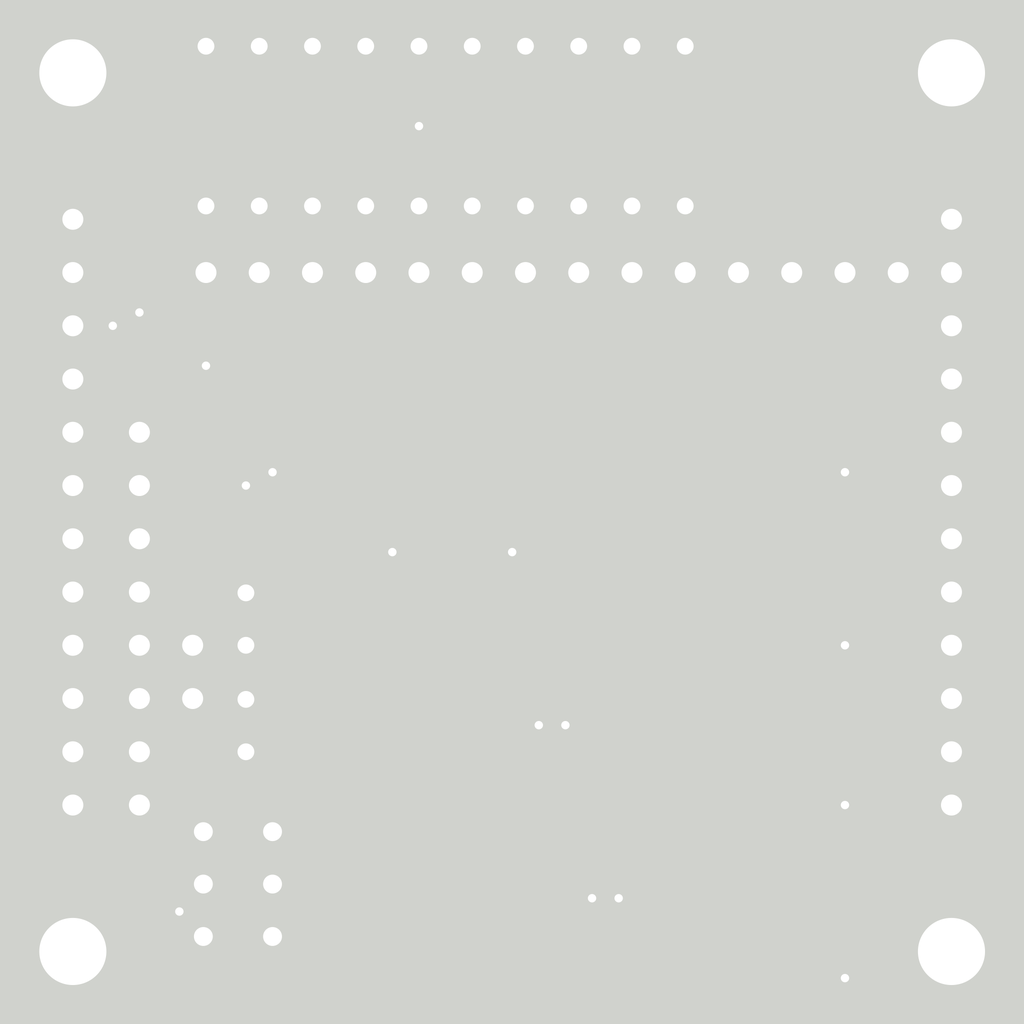
<source format=kicad_pcb>
(kicad_pcb (version 4) (host pcbnew 4.0.7+dfsg1-1~bpo9+1)

  (general
    (links 75)
    (no_connects 0)
    (area 0 0 0 0)
    (thickness 1.6)
    (drawings 15)
    (tracks 261)
    (zones 0)
    (modules 22)
    (nets 31)
  )

  (page A4)
  (layers
    (0 F.Cu signal)
    (31 B.Cu signal)
    (32 B.Adhes user)
    (33 F.Adhes user)
    (34 B.Paste user)
    (35 F.Paste user)
    (36 B.SilkS user)
    (37 F.SilkS user)
    (38 B.Mask user)
    (39 F.Mask user)
    (40 Dwgs.User user)
    (41 Cmts.User user)
    (42 Eco1.User user)
    (43 Eco2.User user)
    (44 Edge.Cuts user hide)
    (45 Margin user)
    (46 B.CrtYd user)
    (47 F.CrtYd user)
    (48 B.Fab user)
    (49 F.Fab user hide)
  )

  (setup
    (last_trace_width 0.25)
    (user_trace_width 0.5)
    (trace_clearance 0.2)
    (zone_clearance 0.508)
    (zone_45_only no)
    (trace_min 0.2)
    (segment_width 0.2)
    (edge_width 0.1)
    (via_size 0.6)
    (via_drill 0.4)
    (via_min_size 0.4)
    (via_min_drill 0.3)
    (uvia_size 0.3)
    (uvia_drill 0.1)
    (uvias_allowed no)
    (uvia_min_size 0.2)
    (uvia_min_drill 0.1)
    (pcb_text_width 0.3)
    (pcb_text_size 1.5 1.5)
    (mod_edge_width 0.15)
    (mod_text_size 1 1)
    (mod_text_width 0.15)
    (pad_size 1.5 1.5)
    (pad_drill 0.6)
    (pad_to_mask_clearance 0)
    (aux_axis_origin 0 0)
    (visible_elements FFFFFF7F)
    (pcbplotparams
      (layerselection 0x00030_80000001)
      (usegerberextensions false)
      (excludeedgelayer true)
      (linewidth 0.100000)
      (plotframeref false)
      (viasonmask false)
      (mode 1)
      (useauxorigin false)
      (hpglpennumber 1)
      (hpglpenspeed 20)
      (hpglpendiameter 15)
      (hpglpenoverlay 2)
      (psnegative false)
      (psa4output false)
      (plotreference true)
      (plotvalue true)
      (plotinvisibletext false)
      (padsonsilk false)
      (subtractmaskfromsilk false)
      (outputformat 1)
      (mirror false)
      (drillshape 1)
      (scaleselection 1)
      (outputdirectory ""))
  )

  (net 0 "")
  (net 1 /VIN)
  (net 2 /VCC)
  (net 3 "Net-(J2-Pad1)")
  (net 4 "Net-(J2-Pad2)")
  (net 5 "Net-(J2-Pad3)")
  (net 6 "Net-(J2-Pad4)")
  (net 7 "Net-(J2-Pad5)")
  (net 8 "Net-(J2-Pad6)")
  (net 9 "Net-(J2-Pad7)")
  (net 10 "Net-(J2-Pad8)")
  (net 11 "Net-(J3-Pad1)")
  (net 12 "Net-(J3-Pad2)")
  (net 13 "Net-(J3-Pad3)")
  (net 14 "Net-(J3-Pad4)")
  (net 15 "Net-(J3-Pad5)")
  (net 16 "Net-(J3-Pad6)")
  (net 17 "Net-(SW1-Pad2)")
  (net 18 /CLK)
  (net 19 /DIO)
  (net 20 /SDA)
  (net 21 /SCL)
  (net 22 "Net-(SW9-Pad1)")
  (net 23 "Net-(SW9-Pad3)")
  (net 24 /GND)
  (net 25 "Net-(I1-Pad5)")
  (net 26 "Net-(I1-Pad6)")
  (net 27 "Net-(I1-Pad7)")
  (net 28 "Net-(I1-Pad8)")
  (net 29 "Net-(I1-Pad11)")
  (net 30 "Net-(I1-Pad12)")

  (net_class Default "This is the default net class."
    (clearance 0.2)
    (trace_width 0.25)
    (via_dia 0.6)
    (via_drill 0.4)
    (uvia_dia 0.3)
    (uvia_drill 0.1)
    (add_net /CLK)
    (add_net /DIO)
    (add_net /GND)
    (add_net /SCL)
    (add_net /SDA)
    (add_net /VCC)
    (add_net /VIN)
    (add_net "Net-(I1-Pad11)")
    (add_net "Net-(I1-Pad12)")
    (add_net "Net-(I1-Pad5)")
    (add_net "Net-(I1-Pad6)")
    (add_net "Net-(I1-Pad7)")
    (add_net "Net-(I1-Pad8)")
    (add_net "Net-(J2-Pad1)")
    (add_net "Net-(J2-Pad2)")
    (add_net "Net-(J2-Pad3)")
    (add_net "Net-(J2-Pad4)")
    (add_net "Net-(J2-Pad5)")
    (add_net "Net-(J2-Pad6)")
    (add_net "Net-(J2-Pad7)")
    (add_net "Net-(J2-Pad8)")
    (add_net "Net-(J3-Pad1)")
    (add_net "Net-(J3-Pad2)")
    (add_net "Net-(J3-Pad3)")
    (add_net "Net-(J3-Pad4)")
    (add_net "Net-(J3-Pad5)")
    (add_net "Net-(J3-Pad6)")
    (add_net "Net-(SW1-Pad2)")
    (add_net "Net-(SW9-Pad1)")
    (add_net "Net-(SW9-Pad3)")
  )

  (module Housings_DIP:DIP-20_W7.62mm (layer F.Cu) (tedit 5AE7A440) (tstamp 5ACCD971)
    (at 134.62 92.71 90)
    (descr "20-lead dip package, row spacing 7.62 mm (300 mils)")
    (tags "DIL DIP PDIP 2.54mm 7.62mm 300mil")
    (path /5ACCD458)
    (fp_text reference U1 (at 3.81 0.635 90) (layer F.SilkS)
      (effects (font (size 1 1) (thickness 0.15)))
    )
    (fp_text value TM1637 (at 3.81 26.035 90) (layer F.SilkS)
      (effects (font (size 1 1) (thickness 0.15)))
    )
    (fp_text user %R (at 3.81 11.43 90) (layer F.Fab)
      (effects (font (size 1 1) (thickness 0.15)))
    )
    (fp_line (start 1.635 -1.27) (end 6.985 -1.27) (layer F.Fab) (width 0.1))
    (fp_line (start 6.985 -1.27) (end 6.985 24.13) (layer F.Fab) (width 0.1))
    (fp_line (start 6.985 24.13) (end 0.635 24.13) (layer F.Fab) (width 0.1))
    (fp_line (start 0.635 24.13) (end 0.635 -0.27) (layer F.Fab) (width 0.1))
    (fp_line (start 0.635 -0.27) (end 1.635 -1.27) (layer F.Fab) (width 0.1))
    (fp_line (start 2.81 -1.39) (end 1.04 -1.39) (layer F.SilkS) (width 0.12))
    (fp_line (start 1.04 -1.39) (end 1.04 24.25) (layer F.SilkS) (width 0.12))
    (fp_line (start 1.04 24.25) (end 6.58 24.25) (layer F.SilkS) (width 0.12))
    (fp_line (start 6.58 24.25) (end 6.58 -1.39) (layer F.SilkS) (width 0.12))
    (fp_line (start 6.58 -1.39) (end 4.81 -1.39) (layer F.SilkS) (width 0.12))
    (fp_line (start -1.1 -1.6) (end -1.1 24.4) (layer F.CrtYd) (width 0.05))
    (fp_line (start -1.1 24.4) (end 8.7 24.4) (layer F.CrtYd) (width 0.05))
    (fp_line (start 8.7 24.4) (end 8.7 -1.6) (layer F.CrtYd) (width 0.05))
    (fp_line (start 8.7 -1.6) (end -1.1 -1.6) (layer F.CrtYd) (width 0.05))
    (fp_arc (start 3.81 -1.39) (end 2.81 -1.39) (angle -180) (layer F.SilkS) (width 0.12))
    (pad 1 thru_hole rect (at 0 0 90) (size 1.6 1.6) (drill 0.8) (layers *.Cu *.Mask)
      (net 24 /GND))
    (pad 11 thru_hole oval (at 7.62 22.86 90) (size 1.6 1.6) (drill 0.8) (layers *.Cu *.Mask)
      (net 15 "Net-(J3-Pad5)"))
    (pad 2 thru_hole oval (at 0 2.54 90) (size 1.6 1.6) (drill 0.8) (layers *.Cu *.Mask)
      (net 3 "Net-(J2-Pad1)"))
    (pad 12 thru_hole oval (at 7.62 20.32 90) (size 1.6 1.6) (drill 0.8) (layers *.Cu *.Mask)
      (net 14 "Net-(J3-Pad4)"))
    (pad 3 thru_hole oval (at 0 5.08 90) (size 1.6 1.6) (drill 0.8) (layers *.Cu *.Mask)
      (net 4 "Net-(J2-Pad2)"))
    (pad 13 thru_hole oval (at 7.62 17.78 90) (size 1.6 1.6) (drill 0.8) (layers *.Cu *.Mask)
      (net 13 "Net-(J3-Pad3)"))
    (pad 4 thru_hole oval (at 0 7.62 90) (size 1.6 1.6) (drill 0.8) (layers *.Cu *.Mask)
      (net 5 "Net-(J2-Pad3)"))
    (pad 14 thru_hole oval (at 7.62 15.24 90) (size 1.6 1.6) (drill 0.8) (layers *.Cu *.Mask)
      (net 12 "Net-(J3-Pad2)"))
    (pad 5 thru_hole oval (at 0 10.16 90) (size 1.6 1.6) (drill 0.8) (layers *.Cu *.Mask)
      (net 6 "Net-(J2-Pad4)"))
    (pad 15 thru_hole oval (at 7.62 12.7 90) (size 1.6 1.6) (drill 0.8) (layers *.Cu *.Mask)
      (net 11 "Net-(J3-Pad1)"))
    (pad 6 thru_hole oval (at 0 12.7 90) (size 1.6 1.6) (drill 0.8) (layers *.Cu *.Mask)
      (net 7 "Net-(J2-Pad5)"))
    (pad 16 thru_hole oval (at 7.62 10.16 90) (size 1.6 1.6) (drill 0.8) (layers *.Cu *.Mask)
      (net 2 /VCC))
    (pad 7 thru_hole oval (at 0 15.24 90) (size 1.6 1.6) (drill 0.8) (layers *.Cu *.Mask)
      (net 8 "Net-(J2-Pad6)"))
    (pad 17 thru_hole oval (at 7.62 7.62 90) (size 1.6 1.6) (drill 0.8) (layers *.Cu *.Mask)
      (net 19 /DIO))
    (pad 8 thru_hole oval (at 0 17.78 90) (size 1.6 1.6) (drill 0.8) (layers *.Cu *.Mask)
      (net 9 "Net-(J2-Pad7)"))
    (pad 18 thru_hole oval (at 7.62 5.08 90) (size 1.6 1.6) (drill 0.8) (layers *.Cu *.Mask)
      (net 18 /CLK))
    (pad 9 thru_hole oval (at 0 20.32 90) (size 1.6 1.6) (drill 0.8) (layers *.Cu *.Mask)
      (net 10 "Net-(J2-Pad8)"))
    (pad 19 thru_hole oval (at 7.62 2.54 90) (size 1.6 1.6) (drill 0.8) (layers *.Cu *.Mask)
      (net 22 "Net-(SW9-Pad1)"))
    (pad 10 thru_hole oval (at 0 22.86 90) (size 1.6 1.6) (drill 0.8) (layers *.Cu *.Mask)
      (net 16 "Net-(J3-Pad6)"))
    (pad 20 thru_hole oval (at 7.62 0 90) (size 1.6 1.6) (drill 0.8) (layers *.Cu *.Mask)
      (net 23 "Net-(SW9-Pad3)"))
    (model ${KISYS3DMOD}/Housings_DIP.3dshapes/DIP-20_W7.62mm.wrl
      (at (xyz 0 0 0))
      (scale (xyz 1 1 1))
      (rotate (xyz 0 0 0))
    )
  )

  (module Mounting_Holes:MountingHole_3.2mm_M3 (layer F.Cu) (tedit 5AC4CC02) (tstamp 5ACA4CBC)
    (at 128.27 86.36)
    (descr "Mounting Hole 3.2mm, no annular, M3")
    (tags "mounting hole 3.2mm no annular m3")
    (fp_text reference M3 (at 0 2.54) (layer F.Fab)
      (effects (font (size 1 1) (thickness 0.15)))
    )
    (fp_text value "" (at 0 4.2) (layer F.Fab) hide
      (effects (font (size 1 1) (thickness 0.15)))
    )
    (fp_circle (center 0 0) (end 3.2 0) (layer Cmts.User) (width 0.15))
    (fp_circle (center 0 0) (end 3.45 0) (layer F.CrtYd) (width 0.05))
    (pad 1 np_thru_hole circle (at 0 0) (size 3.2 3.2) (drill 3.2) (layers *.Cu *.Mask))
  )

  (module Mounting_Holes:MountingHole_3.2mm_M3 (layer F.Cu) (tedit 5AC4CC05) (tstamp 5ACA4CC9)
    (at 170.18 86.36)
    (descr "Mounting Hole 3.2mm, no annular, M3")
    (tags "mounting hole 3.2mm no annular m3")
    (fp_text reference M3 (at 0 2.54) (layer F.Fab)
      (effects (font (size 1 1) (thickness 0.15)))
    )
    (fp_text value "" (at 0 4.2) (layer F.Fab) hide
      (effects (font (size 1 1) (thickness 0.15)))
    )
    (fp_circle (center 0 0) (end 3.2 0) (layer Cmts.User) (width 0.15))
    (fp_circle (center 0 0) (end 3.45 0) (layer F.CrtYd) (width 0.05))
    (pad 1 np_thru_hole circle (at 0 0) (size 3.2 3.2) (drill 3.2) (layers *.Cu *.Mask))
  )

  (module Mounting_Holes:MountingHole_3.2mm_M3 (layer F.Cu) (tedit 5AC4CC09) (tstamp 5ACA4CD6)
    (at 170.18 128.27)
    (descr "Mounting Hole 3.2mm, no annular, M3")
    (tags "mounting hole 3.2mm no annular m3")
    (fp_text reference "" (at 0 -4.2) (layer F.SilkS) hide
      (effects (font (size 1 1) (thickness 0.15)))
    )
    (fp_text value M3 (at 0 -2.54) (layer F.Fab)
      (effects (font (size 1 1) (thickness 0.15)))
    )
    (fp_circle (center 0 0) (end 3.2 0) (layer Cmts.User) (width 0.15))
    (fp_circle (center 0 0) (end 3.45 0) (layer F.CrtYd) (width 0.05))
    (pad 1 np_thru_hole circle (at 0 0) (size 3.2 3.2) (drill 3.2) (layers *.Cu *.Mask))
  )

  (module Mounting_Holes:MountingHole_3.2mm_M3 (layer F.Cu) (tedit 5AC4CC0E) (tstamp 5ACA4CE3)
    (at 128.27 128.27)
    (descr "Mounting Hole 3.2mm, no annular, M3")
    (tags "mounting hole 3.2mm no annular m3")
    (fp_text reference "" (at 0 -4.2) (layer F.SilkS) hide
      (effects (font (size 1 1) (thickness 0.15)))
    )
    (fp_text value M3 (at 0 -2.54) (layer F.Fab)
      (effects (font (size 1 1) (thickness 0.15)))
    )
    (fp_circle (center 0 0) (end 3.2 0) (layer Cmts.User) (width 0.15))
    (fp_circle (center 0 0) (end 3.45 0) (layer F.CrtYd) (width 0.05))
    (pad 1 np_thru_hole circle (at 0 0) (size 3.2 3.2) (drill 3.2) (layers *.Cu *.Mask))
  )

  (module Pin_Headers:Pin_Header_Straight_1x12_Pitch2.54mm (layer F.Cu) (tedit 5AE7A453) (tstamp 5AC3D654)
    (at 128.27 93.345)
    (descr "Through hole straight pin header, 1x12, 2.54mm pitch, single row")
    (tags "Through hole pin header THT 1x12 2.54mm single row")
    (path /5ACD01B5)
    (fp_text reference I1 (at 0 -2.33) (layer F.Fab)
      (effects (font (size 1 1) (thickness 0.15)))
    )
    (fp_text value SerialInput (at -1.905 26.035 90) (layer F.Fab)
      (effects (font (size 1 1) (thickness 0.15)))
    )
    (fp_line (start -0.635 -1.27) (end 1.27 -1.27) (layer F.Fab) (width 0.1))
    (fp_line (start 1.27 -1.27) (end 1.27 29.21) (layer F.Fab) (width 0.1))
    (fp_line (start 1.27 29.21) (end -1.27 29.21) (layer F.Fab) (width 0.1))
    (fp_line (start -1.27 29.21) (end -1.27 -0.635) (layer F.Fab) (width 0.1))
    (fp_line (start -1.27 -0.635) (end -0.635 -1.27) (layer F.Fab) (width 0.1))
    (fp_line (start -1.33 29.27) (end 1.33 29.27) (layer F.SilkS) (width 0.12))
    (fp_line (start -1.33 1.27) (end -1.33 29.27) (layer F.SilkS) (width 0.12))
    (fp_line (start 1.33 1.27) (end 1.33 29.27) (layer F.SilkS) (width 0.12))
    (fp_line (start -1.33 1.27) (end 1.33 1.27) (layer F.SilkS) (width 0.12))
    (fp_line (start -1.33 0) (end -1.33 -1.33) (layer F.SilkS) (width 0.12))
    (fp_line (start -1.33 -1.33) (end 0 -1.33) (layer F.SilkS) (width 0.12))
    (fp_line (start -1.8 -1.8) (end -1.8 29.75) (layer F.CrtYd) (width 0.05))
    (fp_line (start -1.8 29.75) (end 1.8 29.75) (layer F.CrtYd) (width 0.05))
    (fp_line (start 1.8 29.75) (end 1.8 -1.8) (layer F.CrtYd) (width 0.05))
    (fp_line (start 1.8 -1.8) (end -1.8 -1.8) (layer F.CrtYd) (width 0.05))
    (fp_text user %R (at 0 13.97 90) (layer F.Fab)
      (effects (font (size 1 1) (thickness 0.15)))
    )
    (pad 1 thru_hole rect (at 0 0) (size 1.7 1.7) (drill 1) (layers *.Cu *.Mask)
      (net 1 /VIN))
    (pad 2 thru_hole oval (at 0 2.54) (size 1.7 1.7) (drill 1) (layers *.Cu *.Mask)
      (net 2 /VCC))
    (pad 3 thru_hole oval (at 0 5.08) (size 1.7 1.7) (drill 1) (layers *.Cu *.Mask)
      (net 24 /GND))
    (pad 4 thru_hole oval (at 0 7.62) (size 1.7 1.7) (drill 1) (layers *.Cu *.Mask))
    (pad 5 thru_hole oval (at 0 10.16) (size 1.7 1.7) (drill 1) (layers *.Cu *.Mask)
      (net 25 "Net-(I1-Pad5)"))
    (pad 6 thru_hole oval (at 0 12.7) (size 1.7 1.7) (drill 1) (layers *.Cu *.Mask)
      (net 26 "Net-(I1-Pad6)"))
    (pad 7 thru_hole oval (at 0 15.24) (size 1.7 1.7) (drill 1) (layers *.Cu *.Mask)
      (net 27 "Net-(I1-Pad7)"))
    (pad 8 thru_hole oval (at 0 17.78) (size 1.7 1.7) (drill 1) (layers *.Cu *.Mask)
      (net 28 "Net-(I1-Pad8)"))
    (pad 9 thru_hole oval (at 0 20.32) (size 1.7 1.7) (drill 1) (layers *.Cu *.Mask)
      (net 20 /SDA))
    (pad 10 thru_hole oval (at 0 22.86) (size 1.7 1.7) (drill 1) (layers *.Cu *.Mask)
      (net 21 /SCL))
    (pad 11 thru_hole oval (at 0 25.4) (size 1.7 1.7) (drill 1) (layers *.Cu *.Mask)
      (net 29 "Net-(I1-Pad11)"))
    (pad 12 thru_hole oval (at 0 27.94) (size 1.7 1.7) (drill 1) (layers *.Cu *.Mask)
      (net 30 "Net-(I1-Pad12)"))
    (model ${KISYS3DMOD}/Pin_Headers.3dshapes/Pin_Header_Straight_1x12_Pitch2.54mm.wrl
      (at (xyz 0 0 0))
      (scale (xyz 1 1 1))
      (rotate (xyz 0 0 0))
    )
  )

  (module Socket_Strips:Socket_Strip_Straight_1x12_Pitch2.54mm (layer F.Cu) (tedit 5AE7A43A) (tstamp 5AC3D673)
    (at 170.18 93.345)
    (descr "Through hole straight socket strip, 1x12, 2.54mm pitch, single row")
    (tags "Through hole socket strip THT 1x12 2.54mm single row")
    (path /5AC3D61D)
    (fp_text reference O1 (at 0 -2.33) (layer F.Fab)
      (effects (font (size 1 1) (thickness 0.15)))
    )
    (fp_text value Output (at 0 30.27) (layer F.Fab)
      (effects (font (size 1 1) (thickness 0.15)))
    )
    (fp_line (start -1.27 -1.27) (end -1.27 29.21) (layer F.Fab) (width 0.1))
    (fp_line (start -1.27 29.21) (end 1.27 29.21) (layer F.Fab) (width 0.1))
    (fp_line (start 1.27 29.21) (end 1.27 -1.27) (layer F.Fab) (width 0.1))
    (fp_line (start 1.27 -1.27) (end -1.27 -1.27) (layer F.Fab) (width 0.1))
    (fp_line (start -1.33 1.27) (end -1.33 29.27) (layer F.SilkS) (width 0.12))
    (fp_line (start -1.33 29.27) (end 1.33 29.27) (layer F.SilkS) (width 0.12))
    (fp_line (start 1.33 29.27) (end 1.33 1.27) (layer F.SilkS) (width 0.12))
    (fp_line (start 1.33 1.27) (end -1.33 1.27) (layer F.SilkS) (width 0.12))
    (fp_line (start -1.33 0) (end -1.33 -1.33) (layer F.SilkS) (width 0.12))
    (fp_line (start -1.33 -1.33) (end 0 -1.33) (layer F.SilkS) (width 0.12))
    (fp_line (start -1.8 -1.8) (end -1.8 29.75) (layer F.CrtYd) (width 0.05))
    (fp_line (start -1.8 29.75) (end 1.8 29.75) (layer F.CrtYd) (width 0.05))
    (fp_line (start 1.8 29.75) (end 1.8 -1.8) (layer F.CrtYd) (width 0.05))
    (fp_line (start 1.8 -1.8) (end -1.8 -1.8) (layer F.CrtYd) (width 0.05))
    (fp_text user %R (at 0 -2.33) (layer F.Fab)
      (effects (font (size 1 1) (thickness 0.15)))
    )
    (pad 1 thru_hole rect (at 0 0) (size 1.7 1.7) (drill 1) (layers *.Cu *.Mask)
      (net 1 /VIN))
    (pad 2 thru_hole oval (at 0 2.54) (size 1.7 1.7) (drill 1) (layers *.Cu *.Mask)
      (net 2 /VCC))
    (pad 3 thru_hole oval (at 0 5.08) (size 1.7 1.7) (drill 1) (layers *.Cu *.Mask)
      (net 24 /GND))
    (pad 4 thru_hole oval (at 0 7.62) (size 1.7 1.7) (drill 1) (layers *.Cu *.Mask))
    (pad 5 thru_hole oval (at 0 10.16) (size 1.7 1.7) (drill 1) (layers *.Cu *.Mask)
      (net 25 "Net-(I1-Pad5)"))
    (pad 6 thru_hole oval (at 0 12.7) (size 1.7 1.7) (drill 1) (layers *.Cu *.Mask)
      (net 26 "Net-(I1-Pad6)"))
    (pad 7 thru_hole oval (at 0 15.24) (size 1.7 1.7) (drill 1) (layers *.Cu *.Mask)
      (net 27 "Net-(I1-Pad7)"))
    (pad 8 thru_hole oval (at 0 17.78) (size 1.7 1.7) (drill 1) (layers *.Cu *.Mask)
      (net 28 "Net-(I1-Pad8)"))
    (pad 9 thru_hole oval (at 0 20.32) (size 1.7 1.7) (drill 1) (layers *.Cu *.Mask)
      (net 20 /SDA))
    (pad 10 thru_hole oval (at 0 22.86) (size 1.7 1.7) (drill 1) (layers *.Cu *.Mask)
      (net 21 /SCL))
    (pad 11 thru_hole oval (at 0 25.4) (size 1.7 1.7) (drill 1) (layers *.Cu *.Mask)
      (net 29 "Net-(I1-Pad11)"))
    (pad 12 thru_hole oval (at 0 27.94) (size 1.7 1.7) (drill 1) (layers *.Cu *.Mask)
      (net 30 "Net-(I1-Pad12)"))
    (model ${KISYS3DMOD}/Socket_Strips.3dshapes/Socket_Strip_Straight_1x12_Pitch2.54mm.wrl
      (at (xyz 0 -0.55 0))
      (scale (xyz 1 1 1))
      (rotate (xyz 0 0 270))
    )
  )

  (module Pin_Headers:Pin_Header_Straight_1x02_Pitch2.54mm (layer F.Cu) (tedit 5ACCE48B) (tstamp 5ACCD773)
    (at 133.985 116.205 180)
    (descr "Through hole straight pin header, 1x02, 2.54mm pitch, single row")
    (tags "Through hole pin header THT 1x02 2.54mm single row")
    (path /5ACCD61E)
    (fp_text reference J1 (at 0 1.27 180) (layer F.SilkS)
      (effects (font (size 1 1) (thickness 0.15)))
    )
    (fp_text value Select (at 0 1.27 270) (layer F.Fab)
      (effects (font (size 1 1) (thickness 0.15)))
    )
    (fp_line (start -0.635 -1.27) (end 1.27 -1.27) (layer F.Fab) (width 0.1))
    (fp_line (start 1.27 -1.27) (end 1.27 3.81) (layer F.Fab) (width 0.1))
    (fp_line (start 1.27 3.81) (end -1.27 3.81) (layer F.Fab) (width 0.1))
    (fp_line (start -1.27 3.81) (end -1.27 -0.635) (layer F.Fab) (width 0.1))
    (fp_line (start -1.27 -0.635) (end -0.635 -1.27) (layer F.Fab) (width 0.1))
    (fp_line (start -1.33 3.87) (end 1.33 3.87) (layer F.SilkS) (width 0.12))
    (fp_line (start -1.33 1.27) (end -1.33 3.87) (layer F.SilkS) (width 0.12))
    (fp_line (start 1.33 1.27) (end 1.33 3.87) (layer F.SilkS) (width 0.12))
    (fp_line (start -1.33 1.27) (end 1.33 1.27) (layer F.SilkS) (width 0.12))
    (fp_line (start -1.33 0) (end -1.33 -1.33) (layer F.SilkS) (width 0.12))
    (fp_line (start -1.33 -1.33) (end 0 -1.33) (layer F.SilkS) (width 0.12))
    (fp_line (start -1.8 -1.8) (end -1.8 4.35) (layer F.CrtYd) (width 0.05))
    (fp_line (start -1.8 4.35) (end 1.8 4.35) (layer F.CrtYd) (width 0.05))
    (fp_line (start 1.8 4.35) (end 1.8 -1.8) (layer F.CrtYd) (width 0.05))
    (fp_line (start 1.8 -1.8) (end -1.8 -1.8) (layer F.CrtYd) (width 0.05))
    (fp_text user %R (at 0 1.27 270) (layer F.Fab)
      (effects (font (size 1 1) (thickness 0.15)))
    )
    (pad 1 thru_hole rect (at 0 0 180) (size 1.7 1.7) (drill 1) (layers *.Cu *.Mask)
      (net 18 /CLK))
    (pad 2 thru_hole oval (at 0 2.54 180) (size 1.7 1.7) (drill 1) (layers *.Cu *.Mask)
      (net 19 /DIO))
    (model ${KISYS3DMOD}/Pin_Headers.3dshapes/Pin_Header_Straight_1x02_Pitch2.54mm.wrl
      (at (xyz 0 0 0))
      (scale (xyz 1 1 1))
      (rotate (xyz 0 0 0))
    )
  )

  (module Pin_Headers:Pin_Header_Straight_1x08_Pitch2.54mm (layer F.Cu) (tedit 5AFEC9D1) (tstamp 5ACCD78F)
    (at 134.62 95.885 90)
    (descr "Through hole straight pin header, 1x08, 2.54mm pitch, single row")
    (tags "Through hole pin header THT 1x08 2.54mm single row")
    (path /5ACCD86B)
    (fp_text reference J2 (at 0 -2.33 90) (layer F.SilkS)
      (effects (font (size 1 1) (thickness 0.15)))
    )
    (fp_text value Segments (at 0 8.255 180) (layer F.Fab)
      (effects (font (size 1 1) (thickness 0.15)))
    )
    (fp_line (start -0.635 -1.27) (end 1.27 -1.27) (layer F.Fab) (width 0.1))
    (fp_line (start 1.27 -1.27) (end 1.27 19.05) (layer F.Fab) (width 0.1))
    (fp_line (start 1.27 19.05) (end -1.27 19.05) (layer F.Fab) (width 0.1))
    (fp_line (start -1.27 19.05) (end -1.27 -0.635) (layer F.Fab) (width 0.1))
    (fp_line (start -1.27 -0.635) (end -0.635 -1.27) (layer F.Fab) (width 0.1))
    (fp_line (start -1.33 19.11) (end 1.33 19.11) (layer F.SilkS) (width 0.12))
    (fp_line (start -1.33 1.27) (end -1.33 19.11) (layer F.SilkS) (width 0.12))
    (fp_line (start 1.33 1.27) (end 1.33 19.11) (layer F.SilkS) (width 0.12))
    (fp_line (start -1.33 1.27) (end 1.33 1.27) (layer F.SilkS) (width 0.12))
    (fp_line (start -1.33 0) (end -1.33 -1.33) (layer F.SilkS) (width 0.12))
    (fp_line (start -1.33 -1.33) (end 0 -1.33) (layer F.SilkS) (width 0.12))
    (fp_line (start -1.8 -1.8) (end -1.8 19.55) (layer F.CrtYd) (width 0.05))
    (fp_line (start -1.8 19.55) (end 1.8 19.55) (layer F.CrtYd) (width 0.05))
    (fp_line (start 1.8 19.55) (end 1.8 -1.8) (layer F.CrtYd) (width 0.05))
    (fp_line (start 1.8 -1.8) (end -1.8 -1.8) (layer F.CrtYd) (width 0.05))
    (fp_text user %R (at 0 8.89 180) (layer F.Fab)
      (effects (font (size 1 1) (thickness 0.15)))
    )
    (pad 1 thru_hole rect (at 0 0 90) (size 1.7 1.7) (drill 1) (layers *.Cu *.Mask)
      (net 3 "Net-(J2-Pad1)"))
    (pad 2 thru_hole oval (at 0 2.54 90) (size 1.7 1.7) (drill 1) (layers *.Cu *.Mask)
      (net 4 "Net-(J2-Pad2)"))
    (pad 3 thru_hole oval (at 0 5.08 90) (size 1.7 1.7) (drill 1) (layers *.Cu *.Mask)
      (net 5 "Net-(J2-Pad3)"))
    (pad 4 thru_hole oval (at 0 7.62 90) (size 1.7 1.7) (drill 1) (layers *.Cu *.Mask)
      (net 6 "Net-(J2-Pad4)"))
    (pad 5 thru_hole oval (at 0 10.16 90) (size 1.7 1.7) (drill 1) (layers *.Cu *.Mask)
      (net 7 "Net-(J2-Pad5)"))
    (pad 6 thru_hole oval (at 0 12.7 90) (size 1.7 1.7) (drill 1) (layers *.Cu *.Mask)
      (net 8 "Net-(J2-Pad6)"))
    (pad 7 thru_hole oval (at 0 15.24 90) (size 1.7 1.7) (drill 1) (layers *.Cu *.Mask)
      (net 9 "Net-(J2-Pad7)"))
    (pad 8 thru_hole oval (at 0 17.78 90) (size 1.7 1.7) (drill 1) (layers *.Cu *.Mask)
      (net 10 "Net-(J2-Pad8)"))
    (model ${KISYS3DMOD}/Pin_Headers.3dshapes/Pin_Header_Straight_1x08_Pitch2.54mm.wrl
      (at (xyz 0 0 0))
      (scale (xyz 1 1 1))
      (rotate (xyz 0 0 0))
    )
  )

  (module Pin_Headers:Pin_Header_Straight_1x06_Pitch2.54mm (layer F.Cu) (tedit 5ACCDB30) (tstamp 5ACCD7A9)
    (at 154.94 95.885 90)
    (descr "Through hole straight pin header, 1x06, 2.54mm pitch, single row")
    (tags "Through hole pin header THT 1x06 2.54mm single row")
    (path /5ACCD806)
    (fp_text reference J3 (at 0 -2.33 90) (layer F.SilkS)
      (effects (font (size 1 1) (thickness 0.15)))
    )
    (fp_text value Grids (at 0 6.35 180) (layer F.Fab)
      (effects (font (size 1 1) (thickness 0.15)))
    )
    (fp_line (start -0.635 -1.27) (end 1.27 -1.27) (layer F.Fab) (width 0.1))
    (fp_line (start 1.27 -1.27) (end 1.27 13.97) (layer F.Fab) (width 0.1))
    (fp_line (start 1.27 13.97) (end -1.27 13.97) (layer F.Fab) (width 0.1))
    (fp_line (start -1.27 13.97) (end -1.27 -0.635) (layer F.Fab) (width 0.1))
    (fp_line (start -1.27 -0.635) (end -0.635 -1.27) (layer F.Fab) (width 0.1))
    (fp_line (start -1.33 14.03) (end 1.33 14.03) (layer F.SilkS) (width 0.12))
    (fp_line (start -1.33 1.27) (end -1.33 14.03) (layer F.SilkS) (width 0.12))
    (fp_line (start 1.33 1.27) (end 1.33 14.03) (layer F.SilkS) (width 0.12))
    (fp_line (start -1.33 1.27) (end 1.33 1.27) (layer F.SilkS) (width 0.12))
    (fp_line (start -1.33 0) (end -1.33 -1.33) (layer F.SilkS) (width 0.12))
    (fp_line (start -1.33 -1.33) (end 0 -1.33) (layer F.SilkS) (width 0.12))
    (fp_line (start -1.8 -1.8) (end -1.8 14.5) (layer F.CrtYd) (width 0.05))
    (fp_line (start -1.8 14.5) (end 1.8 14.5) (layer F.CrtYd) (width 0.05))
    (fp_line (start 1.8 14.5) (end 1.8 -1.8) (layer F.CrtYd) (width 0.05))
    (fp_line (start 1.8 -1.8) (end -1.8 -1.8) (layer F.CrtYd) (width 0.05))
    (fp_text user %R (at 0 6.35 180) (layer F.Fab)
      (effects (font (size 1 1) (thickness 0.15)))
    )
    (pad 1 thru_hole rect (at 0 0 90) (size 1.7 1.7) (drill 1) (layers *.Cu *.Mask)
      (net 11 "Net-(J3-Pad1)"))
    (pad 2 thru_hole oval (at 0 2.54 90) (size 1.7 1.7) (drill 1) (layers *.Cu *.Mask)
      (net 12 "Net-(J3-Pad2)"))
    (pad 3 thru_hole oval (at 0 5.08 90) (size 1.7 1.7) (drill 1) (layers *.Cu *.Mask)
      (net 13 "Net-(J3-Pad3)"))
    (pad 4 thru_hole oval (at 0 7.62 90) (size 1.7 1.7) (drill 1) (layers *.Cu *.Mask)
      (net 14 "Net-(J3-Pad4)"))
    (pad 5 thru_hole oval (at 0 10.16 90) (size 1.7 1.7) (drill 1) (layers *.Cu *.Mask)
      (net 15 "Net-(J3-Pad5)"))
    (pad 6 thru_hole oval (at 0 12.7 90) (size 1.7 1.7) (drill 1) (layers *.Cu *.Mask)
      (net 16 "Net-(J3-Pad6)"))
    (model ${KISYS3DMOD}/Pin_Headers.3dshapes/Pin_Header_Straight_1x06_Pitch2.54mm.wrl
      (at (xyz 0 0 0))
      (scale (xyz 1 1 1))
      (rotate (xyz 0 0 0))
    )
  )

  (module Buttons_Switches_SMD:SW_SPST_EVQP0 (layer F.Cu) (tedit 5ACCDFDE) (tstamp 5ACCDCD9)
    (at 160.02 102.87)
    (descr "Light Touch Switch, https://industrial.panasonic.com/cdbs/www-data/pdf/ATK0000/ATK0000CE28.pdf")
    (path /5ACCDAE3)
    (attr smd)
    (fp_text reference SW2 (at 0 0) (layer F.SilkS)
      (effects (font (size 1 1) (thickness 0.15)))
    )
    (fp_text value SW_SPST (at 0 4.25) (layer F.Fab)
      (effects (font (size 1 1) (thickness 0.15)))
    )
    (fp_line (start -3.35 2.65) (end -3.35 3.1) (layer F.SilkS) (width 0.12))
    (fp_line (start -3.35 3.1) (end 3.35 3.1) (layer F.SilkS) (width 0.12))
    (fp_line (start 3.35 3.1) (end 3.35 2.7) (layer F.SilkS) (width 0.12))
    (fp_line (start -3.35 1.35) (end -3.35 -1.35) (layer F.SilkS) (width 0.12))
    (fp_line (start 3.35 -1.35) (end 3.35 1.35) (layer F.SilkS) (width 0.12))
    (fp_line (start -3.35 -3.1) (end 3.35 -3.1) (layer F.SilkS) (width 0.12))
    (fp_line (start 3.35 -3.1) (end 3.35 -2.65) (layer F.SilkS) (width 0.12))
    (fp_line (start -3.35 -2.65) (end -3.35 -3.1) (layer F.SilkS) (width 0.12))
    (fp_line (start -3.25 -3) (end 3.25 -3) (layer F.Fab) (width 0.1))
    (fp_line (start 3.25 -3) (end 3.25 3) (layer F.Fab) (width 0.1))
    (fp_line (start 3.25 3) (end -3.25 3) (layer F.Fab) (width 0.1))
    (fp_line (start -3.25 3) (end -3.25 -3) (layer F.Fab) (width 0.1))
    (fp_text user %R (at 0 -3.9) (layer F.Fab)
      (effects (font (size 1 1) (thickness 0.15)))
    )
    (fp_line (start -4.5 -3.25) (end 4.5 -3.25) (layer F.CrtYd) (width 0.05))
    (fp_line (start 4.5 -3.25) (end 4.5 3.25) (layer F.CrtYd) (width 0.05))
    (fp_line (start 4.5 3.25) (end -4.5 3.25) (layer F.CrtYd) (width 0.05))
    (fp_line (start -4.5 3.25) (end -4.5 -3.25) (layer F.CrtYd) (width 0.05))
    (fp_circle (center 0 0) (end 1.7 0) (layer F.Fab) (width 0.1))
    (pad 1 smd rect (at 2.88 -2) (size 2.75 1) (layers F.Cu F.Paste F.Mask)
      (net 4 "Net-(J2-Pad2)"))
    (pad 1 smd rect (at -2.88 -2) (size 2.75 1) (layers F.Cu F.Paste F.Mask)
      (net 4 "Net-(J2-Pad2)"))
    (pad 2 smd rect (at -2.88 2) (size 2.75 1) (layers F.Cu F.Paste F.Mask)
      (net 17 "Net-(SW1-Pad2)"))
    (pad 2 smd rect (at 2.88 2) (size 2.75 1) (layers F.Cu F.Paste F.Mask)
      (net 17 "Net-(SW1-Pad2)"))
    (model ${KISYS3DMOD}/Buttons_Switches_SMD.3dshapes/SW_SPST_EVQP0.wrl
      (at (xyz 0 0 0))
      (scale (xyz 1 1 1))
      (rotate (xyz 0 0 0))
    )
  )

  (module Buttons_Switches_SMD:SW_SPST_EVQP0 (layer F.Cu) (tedit 5ACCDFDC) (tstamp 5ACCE29C)
    (at 143.51 102.87)
    (descr "Light Touch Switch, https://industrial.panasonic.com/cdbs/www-data/pdf/ATK0000/ATK0000CE28.pdf")
    (path /5ACCD9B6)
    (attr smd)
    (fp_text reference SW1 (at 0 0) (layer F.SilkS)
      (effects (font (size 1 1) (thickness 0.15)))
    )
    (fp_text value SW_SPST (at 0 4.25) (layer F.Fab)
      (effects (font (size 1 1) (thickness 0.15)))
    )
    (fp_line (start -3.35 2.65) (end -3.35 3.1) (layer F.SilkS) (width 0.12))
    (fp_line (start -3.35 3.1) (end 3.35 3.1) (layer F.SilkS) (width 0.12))
    (fp_line (start 3.35 3.1) (end 3.35 2.7) (layer F.SilkS) (width 0.12))
    (fp_line (start -3.35 1.35) (end -3.35 -1.35) (layer F.SilkS) (width 0.12))
    (fp_line (start 3.35 -1.35) (end 3.35 1.35) (layer F.SilkS) (width 0.12))
    (fp_line (start -3.35 -3.1) (end 3.35 -3.1) (layer F.SilkS) (width 0.12))
    (fp_line (start 3.35 -3.1) (end 3.35 -2.65) (layer F.SilkS) (width 0.12))
    (fp_line (start -3.35 -2.65) (end -3.35 -3.1) (layer F.SilkS) (width 0.12))
    (fp_line (start -3.25 -3) (end 3.25 -3) (layer F.Fab) (width 0.1))
    (fp_line (start 3.25 -3) (end 3.25 3) (layer F.Fab) (width 0.1))
    (fp_line (start 3.25 3) (end -3.25 3) (layer F.Fab) (width 0.1))
    (fp_line (start -3.25 3) (end -3.25 -3) (layer F.Fab) (width 0.1))
    (fp_text user %R (at 0 -3.9) (layer F.Fab)
      (effects (font (size 1 1) (thickness 0.15)))
    )
    (fp_line (start -4.5 -3.25) (end 4.5 -3.25) (layer F.CrtYd) (width 0.05))
    (fp_line (start 4.5 -3.25) (end 4.5 3.25) (layer F.CrtYd) (width 0.05))
    (fp_line (start 4.5 3.25) (end -4.5 3.25) (layer F.CrtYd) (width 0.05))
    (fp_line (start -4.5 3.25) (end -4.5 -3.25) (layer F.CrtYd) (width 0.05))
    (fp_circle (center 0 0) (end 1.7 0) (layer F.Fab) (width 0.1))
    (pad 1 smd rect (at 2.88 -2) (size 2.75 1) (layers F.Cu F.Paste F.Mask)
      (net 3 "Net-(J2-Pad1)"))
    (pad 1 smd rect (at -2.88 -2) (size 2.75 1) (layers F.Cu F.Paste F.Mask)
      (net 3 "Net-(J2-Pad1)"))
    (pad 2 smd rect (at -2.88 2) (size 2.75 1) (layers F.Cu F.Paste F.Mask)
      (net 17 "Net-(SW1-Pad2)"))
    (pad 2 smd rect (at 2.88 2) (size 2.75 1) (layers F.Cu F.Paste F.Mask)
      (net 17 "Net-(SW1-Pad2)"))
    (model ${KISYS3DMOD}/Buttons_Switches_SMD.3dshapes/SW_SPST_EVQP0.wrl
      (at (xyz 0 0 0))
      (scale (xyz 1 1 1))
      (rotate (xyz 0 0 0))
    )
  )

  (module Buttons_Switches_SMD:SW_SPST_EVQP0 (layer F.Cu) (tedit 5ACCDFE2) (tstamp 5ACCE2B5)
    (at 143.51 111.125)
    (descr "Light Touch Switch, https://industrial.panasonic.com/cdbs/www-data/pdf/ATK0000/ATK0000CE28.pdf")
    (path /5ACCDB1E)
    (attr smd)
    (fp_text reference SW3 (at 0 0) (layer F.SilkS)
      (effects (font (size 1 1) (thickness 0.15)))
    )
    (fp_text value SW_SPST (at 0 4.25) (layer F.Fab)
      (effects (font (size 1 1) (thickness 0.15)))
    )
    (fp_line (start -3.35 2.65) (end -3.35 3.1) (layer F.SilkS) (width 0.12))
    (fp_line (start -3.35 3.1) (end 3.35 3.1) (layer F.SilkS) (width 0.12))
    (fp_line (start 3.35 3.1) (end 3.35 2.7) (layer F.SilkS) (width 0.12))
    (fp_line (start -3.35 1.35) (end -3.35 -1.35) (layer F.SilkS) (width 0.12))
    (fp_line (start 3.35 -1.35) (end 3.35 1.35) (layer F.SilkS) (width 0.12))
    (fp_line (start -3.35 -3.1) (end 3.35 -3.1) (layer F.SilkS) (width 0.12))
    (fp_line (start 3.35 -3.1) (end 3.35 -2.65) (layer F.SilkS) (width 0.12))
    (fp_line (start -3.35 -2.65) (end -3.35 -3.1) (layer F.SilkS) (width 0.12))
    (fp_line (start -3.25 -3) (end 3.25 -3) (layer F.Fab) (width 0.1))
    (fp_line (start 3.25 -3) (end 3.25 3) (layer F.Fab) (width 0.1))
    (fp_line (start 3.25 3) (end -3.25 3) (layer F.Fab) (width 0.1))
    (fp_line (start -3.25 3) (end -3.25 -3) (layer F.Fab) (width 0.1))
    (fp_text user %R (at 0 -3.9) (layer F.Fab)
      (effects (font (size 1 1) (thickness 0.15)))
    )
    (fp_line (start -4.5 -3.25) (end 4.5 -3.25) (layer F.CrtYd) (width 0.05))
    (fp_line (start 4.5 -3.25) (end 4.5 3.25) (layer F.CrtYd) (width 0.05))
    (fp_line (start 4.5 3.25) (end -4.5 3.25) (layer F.CrtYd) (width 0.05))
    (fp_line (start -4.5 3.25) (end -4.5 -3.25) (layer F.CrtYd) (width 0.05))
    (fp_circle (center 0 0) (end 1.7 0) (layer F.Fab) (width 0.1))
    (pad 1 smd rect (at 2.88 -2) (size 2.75 1) (layers F.Cu F.Paste F.Mask)
      (net 5 "Net-(J2-Pad3)"))
    (pad 1 smd rect (at -2.88 -2) (size 2.75 1) (layers F.Cu F.Paste F.Mask)
      (net 5 "Net-(J2-Pad3)"))
    (pad 2 smd rect (at -2.88 2) (size 2.75 1) (layers F.Cu F.Paste F.Mask)
      (net 17 "Net-(SW1-Pad2)"))
    (pad 2 smd rect (at 2.88 2) (size 2.75 1) (layers F.Cu F.Paste F.Mask)
      (net 17 "Net-(SW1-Pad2)"))
    (model ${KISYS3DMOD}/Buttons_Switches_SMD.3dshapes/SW_SPST_EVQP0.wrl
      (at (xyz 0 0 0))
      (scale (xyz 1 1 1))
      (rotate (xyz 0 0 0))
    )
  )

  (module Buttons_Switches_SMD:SW_SPST_EVQP0 (layer F.Cu) (tedit 5ACCDFE6) (tstamp 5ACCE2CE)
    (at 160.02 111.125)
    (descr "Light Touch Switch, https://industrial.panasonic.com/cdbs/www-data/pdf/ATK0000/ATK0000CE28.pdf")
    (path /5ACCDB4B)
    (attr smd)
    (fp_text reference SW4 (at 0 0) (layer F.SilkS)
      (effects (font (size 1 1) (thickness 0.15)))
    )
    (fp_text value SW_SPST (at 0 4.25) (layer F.Fab)
      (effects (font (size 1 1) (thickness 0.15)))
    )
    (fp_line (start -3.35 2.65) (end -3.35 3.1) (layer F.SilkS) (width 0.12))
    (fp_line (start -3.35 3.1) (end 3.35 3.1) (layer F.SilkS) (width 0.12))
    (fp_line (start 3.35 3.1) (end 3.35 2.7) (layer F.SilkS) (width 0.12))
    (fp_line (start -3.35 1.35) (end -3.35 -1.35) (layer F.SilkS) (width 0.12))
    (fp_line (start 3.35 -1.35) (end 3.35 1.35) (layer F.SilkS) (width 0.12))
    (fp_line (start -3.35 -3.1) (end 3.35 -3.1) (layer F.SilkS) (width 0.12))
    (fp_line (start 3.35 -3.1) (end 3.35 -2.65) (layer F.SilkS) (width 0.12))
    (fp_line (start -3.35 -2.65) (end -3.35 -3.1) (layer F.SilkS) (width 0.12))
    (fp_line (start -3.25 -3) (end 3.25 -3) (layer F.Fab) (width 0.1))
    (fp_line (start 3.25 -3) (end 3.25 3) (layer F.Fab) (width 0.1))
    (fp_line (start 3.25 3) (end -3.25 3) (layer F.Fab) (width 0.1))
    (fp_line (start -3.25 3) (end -3.25 -3) (layer F.Fab) (width 0.1))
    (fp_text user %R (at 0 -3.9) (layer F.Fab)
      (effects (font (size 1 1) (thickness 0.15)))
    )
    (fp_line (start -4.5 -3.25) (end 4.5 -3.25) (layer F.CrtYd) (width 0.05))
    (fp_line (start 4.5 -3.25) (end 4.5 3.25) (layer F.CrtYd) (width 0.05))
    (fp_line (start 4.5 3.25) (end -4.5 3.25) (layer F.CrtYd) (width 0.05))
    (fp_line (start -4.5 3.25) (end -4.5 -3.25) (layer F.CrtYd) (width 0.05))
    (fp_circle (center 0 0) (end 1.7 0) (layer F.Fab) (width 0.1))
    (pad 1 smd rect (at 2.88 -2) (size 2.75 1) (layers F.Cu F.Paste F.Mask)
      (net 6 "Net-(J2-Pad4)"))
    (pad 1 smd rect (at -2.88 -2) (size 2.75 1) (layers F.Cu F.Paste F.Mask)
      (net 6 "Net-(J2-Pad4)"))
    (pad 2 smd rect (at -2.88 2) (size 2.75 1) (layers F.Cu F.Paste F.Mask)
      (net 17 "Net-(SW1-Pad2)"))
    (pad 2 smd rect (at 2.88 2) (size 2.75 1) (layers F.Cu F.Paste F.Mask)
      (net 17 "Net-(SW1-Pad2)"))
    (model ${KISYS3DMOD}/Buttons_Switches_SMD.3dshapes/SW_SPST_EVQP0.wrl
      (at (xyz 0 0 0))
      (scale (xyz 1 1 1))
      (rotate (xyz 0 0 0))
    )
  )

  (module Buttons_Switches_SMD:SW_SPST_EVQP0 (layer F.Cu) (tedit 5ACCDFEB) (tstamp 5ACCE2E7)
    (at 143.51 119.38)
    (descr "Light Touch Switch, https://industrial.panasonic.com/cdbs/www-data/pdf/ATK0000/ATK0000CE28.pdf")
    (path /5ACCDBE8)
    (attr smd)
    (fp_text reference SW5 (at 0 0) (layer F.SilkS)
      (effects (font (size 1 1) (thickness 0.15)))
    )
    (fp_text value SW_SPST (at 0 4.25) (layer F.Fab)
      (effects (font (size 1 1) (thickness 0.15)))
    )
    (fp_line (start -3.35 2.65) (end -3.35 3.1) (layer F.SilkS) (width 0.12))
    (fp_line (start -3.35 3.1) (end 3.35 3.1) (layer F.SilkS) (width 0.12))
    (fp_line (start 3.35 3.1) (end 3.35 2.7) (layer F.SilkS) (width 0.12))
    (fp_line (start -3.35 1.35) (end -3.35 -1.35) (layer F.SilkS) (width 0.12))
    (fp_line (start 3.35 -1.35) (end 3.35 1.35) (layer F.SilkS) (width 0.12))
    (fp_line (start -3.35 -3.1) (end 3.35 -3.1) (layer F.SilkS) (width 0.12))
    (fp_line (start 3.35 -3.1) (end 3.35 -2.65) (layer F.SilkS) (width 0.12))
    (fp_line (start -3.35 -2.65) (end -3.35 -3.1) (layer F.SilkS) (width 0.12))
    (fp_line (start -3.25 -3) (end 3.25 -3) (layer F.Fab) (width 0.1))
    (fp_line (start 3.25 -3) (end 3.25 3) (layer F.Fab) (width 0.1))
    (fp_line (start 3.25 3) (end -3.25 3) (layer F.Fab) (width 0.1))
    (fp_line (start -3.25 3) (end -3.25 -3) (layer F.Fab) (width 0.1))
    (fp_text user %R (at 0 -3.9) (layer F.Fab)
      (effects (font (size 1 1) (thickness 0.15)))
    )
    (fp_line (start -4.5 -3.25) (end 4.5 -3.25) (layer F.CrtYd) (width 0.05))
    (fp_line (start 4.5 -3.25) (end 4.5 3.25) (layer F.CrtYd) (width 0.05))
    (fp_line (start 4.5 3.25) (end -4.5 3.25) (layer F.CrtYd) (width 0.05))
    (fp_line (start -4.5 3.25) (end -4.5 -3.25) (layer F.CrtYd) (width 0.05))
    (fp_circle (center 0 0) (end 1.7 0) (layer F.Fab) (width 0.1))
    (pad 1 smd rect (at 2.88 -2) (size 2.75 1) (layers F.Cu F.Paste F.Mask)
      (net 7 "Net-(J2-Pad5)"))
    (pad 1 smd rect (at -2.88 -2) (size 2.75 1) (layers F.Cu F.Paste F.Mask)
      (net 7 "Net-(J2-Pad5)"))
    (pad 2 smd rect (at -2.88 2) (size 2.75 1) (layers F.Cu F.Paste F.Mask)
      (net 17 "Net-(SW1-Pad2)"))
    (pad 2 smd rect (at 2.88 2) (size 2.75 1) (layers F.Cu F.Paste F.Mask)
      (net 17 "Net-(SW1-Pad2)"))
    (model ${KISYS3DMOD}/Buttons_Switches_SMD.3dshapes/SW_SPST_EVQP0.wrl
      (at (xyz 0 0 0))
      (scale (xyz 1 1 1))
      (rotate (xyz 0 0 0))
    )
  )

  (module Buttons_Switches_SMD:SW_SPST_EVQP0 (layer F.Cu) (tedit 5ACCDFEE) (tstamp 5ACCE300)
    (at 160.02 119.38)
    (descr "Light Touch Switch, https://industrial.panasonic.com/cdbs/www-data/pdf/ATK0000/ATK0000CE28.pdf")
    (path /5ACCDC25)
    (attr smd)
    (fp_text reference SW6 (at 0 0) (layer F.SilkS)
      (effects (font (size 1 1) (thickness 0.15)))
    )
    (fp_text value SW_SPST (at 0 4.25) (layer F.Fab)
      (effects (font (size 1 1) (thickness 0.15)))
    )
    (fp_line (start -3.35 2.65) (end -3.35 3.1) (layer F.SilkS) (width 0.12))
    (fp_line (start -3.35 3.1) (end 3.35 3.1) (layer F.SilkS) (width 0.12))
    (fp_line (start 3.35 3.1) (end 3.35 2.7) (layer F.SilkS) (width 0.12))
    (fp_line (start -3.35 1.35) (end -3.35 -1.35) (layer F.SilkS) (width 0.12))
    (fp_line (start 3.35 -1.35) (end 3.35 1.35) (layer F.SilkS) (width 0.12))
    (fp_line (start -3.35 -3.1) (end 3.35 -3.1) (layer F.SilkS) (width 0.12))
    (fp_line (start 3.35 -3.1) (end 3.35 -2.65) (layer F.SilkS) (width 0.12))
    (fp_line (start -3.35 -2.65) (end -3.35 -3.1) (layer F.SilkS) (width 0.12))
    (fp_line (start -3.25 -3) (end 3.25 -3) (layer F.Fab) (width 0.1))
    (fp_line (start 3.25 -3) (end 3.25 3) (layer F.Fab) (width 0.1))
    (fp_line (start 3.25 3) (end -3.25 3) (layer F.Fab) (width 0.1))
    (fp_line (start -3.25 3) (end -3.25 -3) (layer F.Fab) (width 0.1))
    (fp_text user %R (at 0 -3.9) (layer F.Fab)
      (effects (font (size 1 1) (thickness 0.15)))
    )
    (fp_line (start -4.5 -3.25) (end 4.5 -3.25) (layer F.CrtYd) (width 0.05))
    (fp_line (start 4.5 -3.25) (end 4.5 3.25) (layer F.CrtYd) (width 0.05))
    (fp_line (start 4.5 3.25) (end -4.5 3.25) (layer F.CrtYd) (width 0.05))
    (fp_line (start -4.5 3.25) (end -4.5 -3.25) (layer F.CrtYd) (width 0.05))
    (fp_circle (center 0 0) (end 1.7 0) (layer F.Fab) (width 0.1))
    (pad 1 smd rect (at 2.88 -2) (size 2.75 1) (layers F.Cu F.Paste F.Mask)
      (net 8 "Net-(J2-Pad6)"))
    (pad 1 smd rect (at -2.88 -2) (size 2.75 1) (layers F.Cu F.Paste F.Mask)
      (net 8 "Net-(J2-Pad6)"))
    (pad 2 smd rect (at -2.88 2) (size 2.75 1) (layers F.Cu F.Paste F.Mask)
      (net 17 "Net-(SW1-Pad2)"))
    (pad 2 smd rect (at 2.88 2) (size 2.75 1) (layers F.Cu F.Paste F.Mask)
      (net 17 "Net-(SW1-Pad2)"))
    (model ${KISYS3DMOD}/Buttons_Switches_SMD.3dshapes/SW_SPST_EVQP0.wrl
      (at (xyz 0 0 0))
      (scale (xyz 1 1 1))
      (rotate (xyz 0 0 0))
    )
  )

  (module Buttons_Switches_SMD:SW_SPST_EVQP0 (layer F.Cu) (tedit 5ACCDFFF) (tstamp 5ACCE319)
    (at 143.51 127.635)
    (descr "Light Touch Switch, https://industrial.panasonic.com/cdbs/www-data/pdf/ATK0000/ATK0000CE28.pdf")
    (path /5ACCDC64)
    (attr smd)
    (fp_text reference SW7 (at 0 0) (layer F.SilkS)
      (effects (font (size 1 1) (thickness 0.15)))
    )
    (fp_text value SW_SPST (at 0 0) (layer F.Fab)
      (effects (font (size 1 1) (thickness 0.15)))
    )
    (fp_line (start -3.35 2.65) (end -3.35 3.1) (layer F.SilkS) (width 0.12))
    (fp_line (start -3.35 3.1) (end 3.35 3.1) (layer F.SilkS) (width 0.12))
    (fp_line (start 3.35 3.1) (end 3.35 2.7) (layer F.SilkS) (width 0.12))
    (fp_line (start -3.35 1.35) (end -3.35 -1.35) (layer F.SilkS) (width 0.12))
    (fp_line (start 3.35 -1.35) (end 3.35 1.35) (layer F.SilkS) (width 0.12))
    (fp_line (start -3.35 -3.1) (end 3.35 -3.1) (layer F.SilkS) (width 0.12))
    (fp_line (start 3.35 -3.1) (end 3.35 -2.65) (layer F.SilkS) (width 0.12))
    (fp_line (start -3.35 -2.65) (end -3.35 -3.1) (layer F.SilkS) (width 0.12))
    (fp_line (start -3.25 -3) (end 3.25 -3) (layer F.Fab) (width 0.1))
    (fp_line (start 3.25 -3) (end 3.25 3) (layer F.Fab) (width 0.1))
    (fp_line (start 3.25 3) (end -3.25 3) (layer F.Fab) (width 0.1))
    (fp_line (start -3.25 3) (end -3.25 -3) (layer F.Fab) (width 0.1))
    (fp_text user %R (at 0 -3.9) (layer F.Fab)
      (effects (font (size 1 1) (thickness 0.15)))
    )
    (fp_line (start -4.5 -3.25) (end 4.5 -3.25) (layer F.CrtYd) (width 0.05))
    (fp_line (start 4.5 -3.25) (end 4.5 3.25) (layer F.CrtYd) (width 0.05))
    (fp_line (start 4.5 3.25) (end -4.5 3.25) (layer F.CrtYd) (width 0.05))
    (fp_line (start -4.5 3.25) (end -4.5 -3.25) (layer F.CrtYd) (width 0.05))
    (fp_circle (center 0 0) (end 1.7 0) (layer F.Fab) (width 0.1))
    (pad 1 smd rect (at 2.88 -2) (size 2.75 1) (layers F.Cu F.Paste F.Mask)
      (net 9 "Net-(J2-Pad7)"))
    (pad 1 smd rect (at -2.88 -2) (size 2.75 1) (layers F.Cu F.Paste F.Mask)
      (net 9 "Net-(J2-Pad7)"))
    (pad 2 smd rect (at -2.88 2) (size 2.75 1) (layers F.Cu F.Paste F.Mask)
      (net 17 "Net-(SW1-Pad2)"))
    (pad 2 smd rect (at 2.88 2) (size 2.75 1) (layers F.Cu F.Paste F.Mask)
      (net 17 "Net-(SW1-Pad2)"))
    (model ${KISYS3DMOD}/Buttons_Switches_SMD.3dshapes/SW_SPST_EVQP0.wrl
      (at (xyz 0 0 0))
      (scale (xyz 1 1 1))
      (rotate (xyz 0 0 0))
    )
  )

  (module Buttons_Switches_SMD:SW_SPST_EVQP0 (layer F.Cu) (tedit 5ACCDFFB) (tstamp 5ACCE332)
    (at 160.02 127.635)
    (descr "Light Touch Switch, https://industrial.panasonic.com/cdbs/www-data/pdf/ATK0000/ATK0000CE28.pdf")
    (path /5ACCDE02)
    (attr smd)
    (fp_text reference SW8 (at 0 0) (layer F.SilkS)
      (effects (font (size 1 1) (thickness 0.15)))
    )
    (fp_text value SW_SPST (at 0 0) (layer F.Fab)
      (effects (font (size 1 1) (thickness 0.15)))
    )
    (fp_line (start -3.35 2.65) (end -3.35 3.1) (layer F.SilkS) (width 0.12))
    (fp_line (start -3.35 3.1) (end 3.35 3.1) (layer F.SilkS) (width 0.12))
    (fp_line (start 3.35 3.1) (end 3.35 2.7) (layer F.SilkS) (width 0.12))
    (fp_line (start -3.35 1.35) (end -3.35 -1.35) (layer F.SilkS) (width 0.12))
    (fp_line (start 3.35 -1.35) (end 3.35 1.35) (layer F.SilkS) (width 0.12))
    (fp_line (start -3.35 -3.1) (end 3.35 -3.1) (layer F.SilkS) (width 0.12))
    (fp_line (start 3.35 -3.1) (end 3.35 -2.65) (layer F.SilkS) (width 0.12))
    (fp_line (start -3.35 -2.65) (end -3.35 -3.1) (layer F.SilkS) (width 0.12))
    (fp_line (start -3.25 -3) (end 3.25 -3) (layer F.Fab) (width 0.1))
    (fp_line (start 3.25 -3) (end 3.25 3) (layer F.Fab) (width 0.1))
    (fp_line (start 3.25 3) (end -3.25 3) (layer F.Fab) (width 0.1))
    (fp_line (start -3.25 3) (end -3.25 -3) (layer F.Fab) (width 0.1))
    (fp_text user %R (at 0 -3.9) (layer F.Fab)
      (effects (font (size 1 1) (thickness 0.15)))
    )
    (fp_line (start -4.5 -3.25) (end 4.5 -3.25) (layer F.CrtYd) (width 0.05))
    (fp_line (start 4.5 -3.25) (end 4.5 3.25) (layer F.CrtYd) (width 0.05))
    (fp_line (start 4.5 3.25) (end -4.5 3.25) (layer F.CrtYd) (width 0.05))
    (fp_line (start -4.5 3.25) (end -4.5 -3.25) (layer F.CrtYd) (width 0.05))
    (fp_circle (center 0 0) (end 1.7 0) (layer F.Fab) (width 0.1))
    (pad 1 smd rect (at 2.88 -2) (size 2.75 1) (layers F.Cu F.Paste F.Mask)
      (net 10 "Net-(J2-Pad8)"))
    (pad 1 smd rect (at -2.88 -2) (size 2.75 1) (layers F.Cu F.Paste F.Mask)
      (net 10 "Net-(J2-Pad8)"))
    (pad 2 smd rect (at -2.88 2) (size 2.75 1) (layers F.Cu F.Paste F.Mask)
      (net 17 "Net-(SW1-Pad2)"))
    (pad 2 smd rect (at 2.88 2) (size 2.75 1) (layers F.Cu F.Paste F.Mask)
      (net 17 "Net-(SW1-Pad2)"))
    (model ${KISYS3DMOD}/Buttons_Switches_SMD.3dshapes/SW_SPST_EVQP0.wrl
      (at (xyz 0 0 0))
      (scale (xyz 1 1 1))
      (rotate (xyz 0 0 0))
    )
  )

  (module Capacitors_THT:C_Disc_D3.0mm_W1.6mm_P2.50mm (layer F.Cu) (tedit 5ACCE4A2) (tstamp 5ACCF371)
    (at 136.525 118.745 90)
    (descr "C, Disc series, Radial, pin pitch=2.50mm, , diameter*width=3.0*1.6mm^2, Capacitor, http://www.vishay.com/docs/45233/krseries.pdf")
    (tags "C Disc series Radial pin pitch 2.50mm  diameter 3.0mm width 1.6mm Capacitor")
    (path /5ACD08BA)
    (fp_text reference C1 (at 1.27 0 90) (layer F.Fab)
      (effects (font (size 1 1) (thickness 0.15)))
    )
    (fp_text value 100pF (at 1.25 2.11 90) (layer F.Fab)
      (effects (font (size 1 1) (thickness 0.15)))
    )
    (fp_line (start -0.25 -0.8) (end -0.25 0.8) (layer F.Fab) (width 0.1))
    (fp_line (start -0.25 0.8) (end 2.75 0.8) (layer F.Fab) (width 0.1))
    (fp_line (start 2.75 0.8) (end 2.75 -0.8) (layer F.Fab) (width 0.1))
    (fp_line (start 2.75 -0.8) (end -0.25 -0.8) (layer F.Fab) (width 0.1))
    (fp_line (start 0.663 -0.861) (end 1.837 -0.861) (layer F.SilkS) (width 0.12))
    (fp_line (start 0.663 0.861) (end 1.837 0.861) (layer F.SilkS) (width 0.12))
    (fp_line (start -1.05 -1.15) (end -1.05 1.15) (layer F.CrtYd) (width 0.05))
    (fp_line (start -1.05 1.15) (end 3.55 1.15) (layer F.CrtYd) (width 0.05))
    (fp_line (start 3.55 1.15) (end 3.55 -1.15) (layer F.CrtYd) (width 0.05))
    (fp_line (start 3.55 -1.15) (end -1.05 -1.15) (layer F.CrtYd) (width 0.05))
    (fp_text user %R (at 1.25 0 90) (layer F.Fab)
      (effects (font (size 1 1) (thickness 0.15)))
    )
    (pad 1 thru_hole circle (at 0 0 90) (size 1.6 1.6) (drill 0.8) (layers *.Cu *.Mask)
      (net 24 /GND))
    (pad 2 thru_hole circle (at 2.5 0 90) (size 1.6 1.6) (drill 0.8) (layers *.Cu *.Mask)
      (net 18 /CLK))
    (model ${KISYS3DMOD}/Capacitors_THT.3dshapes/C_Disc_D3.0mm_W1.6mm_P2.50mm.wrl
      (at (xyz 0 0 0))
      (scale (xyz 1 1 1))
      (rotate (xyz 0 0 0))
    )
  )

  (module Capacitors_THT:C_Disc_D3.0mm_W1.6mm_P2.50mm (layer F.Cu) (tedit 5ACCE497) (tstamp 5ACCF382)
    (at 136.525 113.665 90)
    (descr "C, Disc series, Radial, pin pitch=2.50mm, , diameter*width=3.0*1.6mm^2, Capacitor, http://www.vishay.com/docs/45233/krseries.pdf")
    (tags "C Disc series Radial pin pitch 2.50mm  diameter 3.0mm width 1.6mm Capacitor")
    (path /5ACD08FB)
    (fp_text reference C2 (at 1.27 0 90) (layer F.Fab)
      (effects (font (size 1 1) (thickness 0.15)))
    )
    (fp_text value 100pF (at 1.25 2.11 90) (layer F.Fab)
      (effects (font (size 1 1) (thickness 0.15)))
    )
    (fp_line (start -0.25 -0.8) (end -0.25 0.8) (layer F.Fab) (width 0.1))
    (fp_line (start -0.25 0.8) (end 2.75 0.8) (layer F.Fab) (width 0.1))
    (fp_line (start 2.75 0.8) (end 2.75 -0.8) (layer F.Fab) (width 0.1))
    (fp_line (start 2.75 -0.8) (end -0.25 -0.8) (layer F.Fab) (width 0.1))
    (fp_line (start 0.663 -0.861) (end 1.837 -0.861) (layer F.SilkS) (width 0.12))
    (fp_line (start 0.663 0.861) (end 1.837 0.861) (layer F.SilkS) (width 0.12))
    (fp_line (start -1.05 -1.15) (end -1.05 1.15) (layer F.CrtYd) (width 0.05))
    (fp_line (start -1.05 1.15) (end 3.55 1.15) (layer F.CrtYd) (width 0.05))
    (fp_line (start 3.55 1.15) (end 3.55 -1.15) (layer F.CrtYd) (width 0.05))
    (fp_line (start 3.55 -1.15) (end -1.05 -1.15) (layer F.CrtYd) (width 0.05))
    (fp_text user %R (at 1.25 0 90) (layer F.Fab)
      (effects (font (size 1 1) (thickness 0.15)))
    )
    (pad 1 thru_hole circle (at 0 0 90) (size 1.6 1.6) (drill 0.8) (layers *.Cu *.Mask)
      (net 19 /DIO))
    (pad 2 thru_hole circle (at 2.5 0 90) (size 1.6 1.6) (drill 0.8) (layers *.Cu *.Mask)
      (net 24 /GND))
    (model ${KISYS3DMOD}/Capacitors_THT.3dshapes/C_Disc_D3.0mm_W1.6mm_P2.50mm.wrl
      (at (xyz 0 0 0))
      (scale (xyz 1 1 1))
      (rotate (xyz 0 0 0))
    )
  )

  (module Buttons_Switches_THT:SW_CuK_JS202011CQN_DPDT_Straight (layer F.Cu) (tedit 5AE7A4B9) (tstamp 5AE7A197)
    (at 137.795 122.555 270)
    (descr "CuK sub miniature slide switch, JS series, DPDT, right angle, http://www.ckswitches.com/media/1422/js.pdf")
    (tags "switch DPDT")
    (path /5AE7A76E)
    (fp_text reference SW9 (at 2.75 -1.6 270) (layer F.Fab)
      (effects (font (size 1 1) (thickness 0.15)))
    )
    (fp_text value SW_SPDT (at 2.54 1.27 270) (layer F.Fab)
      (effects (font (size 1 1) (thickness 0.15)))
    )
    (fp_line (start -1 -0.35) (end -2 0.65) (layer F.Fab) (width 0.1))
    (fp_line (start -2.25 4.25) (end -2.25 -0.95) (layer F.CrtYd) (width 0.05))
    (fp_line (start 7.25 4.25) (end -2.25 4.25) (layer F.CrtYd) (width 0.05))
    (fp_line (start 7.25 -0.95) (end 7.25 4.25) (layer F.CrtYd) (width 0.05))
    (fp_line (start -2.25 -0.95) (end 7.25 -0.95) (layer F.CrtYd) (width 0.05))
    (fp_line (start -2.4 -0.75) (end -2.4 0.45) (layer F.SilkS) (width 0.12))
    (fp_line (start -1.2 -0.75) (end -2.4 -0.75) (layer F.SilkS) (width 0.12))
    (fp_line (start 7.1 3.75) (end 5.9 3.75) (layer F.SilkS) (width 0.12))
    (fp_line (start 7.1 -0.45) (end 7.1 3.75) (layer F.SilkS) (width 0.12))
    (fp_line (start 5.9 -0.45) (end 7.1 -0.45) (layer F.SilkS) (width 0.12))
    (fp_line (start -2.1 3.75) (end -0.9 3.75) (layer F.SilkS) (width 0.12))
    (fp_line (start -2.1 -0.45) (end -2.1 3.75) (layer F.SilkS) (width 0.12))
    (fp_line (start -0.9 -0.45) (end -2.1 -0.45) (layer F.SilkS) (width 0.12))
    (fp_text user %R (at 2 1.65 270) (layer F.Fab)
      (effects (font (size 1 1) (thickness 0.15)))
    )
    (fp_line (start -2 3.65) (end -2 0.65) (layer F.Fab) (width 0.1))
    (fp_line (start 7 3.65) (end -2 3.65) (layer F.Fab) (width 0.1))
    (fp_line (start 7 -0.35) (end 7 3.65) (layer F.Fab) (width 0.1))
    (fp_line (start -1 -0.35) (end 7 -0.35) (layer F.Fab) (width 0.1))
    (pad 1 thru_hole rect (at 0 0 270) (size 1.4 1.4) (drill 0.9) (layers *.Cu *.Mask)
      (net 22 "Net-(SW9-Pad1)"))
    (pad 2 thru_hole circle (at 2.5 0 270) (size 1.4 1.4) (drill 0.9) (layers *.Cu *.Mask)
      (net 17 "Net-(SW1-Pad2)"))
    (pad 3 thru_hole circle (at 5 0 270) (size 1.4 1.4) (drill 0.9) (layers *.Cu *.Mask)
      (net 23 "Net-(SW9-Pad3)"))
    (pad 4 thru_hole circle (at 0 3.3 270) (size 1.4 1.4) (drill 0.9) (layers *.Cu *.Mask))
    (pad 5 thru_hole circle (at 2.5 3.3 270) (size 1.4 1.4) (drill 0.9) (layers *.Cu *.Mask))
    (pad 6 thru_hole circle (at 5 3.3 270) (size 1.4 1.4) (drill 0.9) (layers *.Cu *.Mask))
    (model ${KISYS3DMOD}/Buttons_Switches_THT.3dshapes/SW_CuK_JS202011CQN_DPDT_Straight.wrl
      (at (xyz 0 0 0))
      (scale (xyz 1 1 1))
      (rotate (xyz 0 0 0))
    )
  )

  (module Pin_Headers:Pin_Header_Straight_1x08_Pitch2.54mm (layer F.Cu) (tedit 5AFEC9A2) (tstamp 5AFEC82E)
    (at 131.445 103.505)
    (descr "Through hole straight pin header, 1x08, 2.54mm pitch, single row")
    (tags "Through hole pin header THT 1x08 2.54mm single row")
    (path /5AFEC8DF)
    (fp_text reference J4 (at 0 -2.33) (layer F.Fab)
      (effects (font (size 1 1) (thickness 0.15)))
    )
    (fp_text value Choice (at 0 20.11) (layer F.Fab)
      (effects (font (size 1 1) (thickness 0.15)))
    )
    (fp_line (start -0.635 -1.27) (end 1.27 -1.27) (layer F.Fab) (width 0.1))
    (fp_line (start 1.27 -1.27) (end 1.27 19.05) (layer F.Fab) (width 0.1))
    (fp_line (start 1.27 19.05) (end -1.27 19.05) (layer F.Fab) (width 0.1))
    (fp_line (start -1.27 19.05) (end -1.27 -0.635) (layer F.Fab) (width 0.1))
    (fp_line (start -1.27 -0.635) (end -0.635 -1.27) (layer F.Fab) (width 0.1))
    (fp_line (start -1.33 19.11) (end 1.33 19.11) (layer F.SilkS) (width 0.12))
    (fp_line (start -1.33 1.27) (end -1.33 19.11) (layer F.SilkS) (width 0.12))
    (fp_line (start 1.33 1.27) (end 1.33 19.11) (layer F.SilkS) (width 0.12))
    (fp_line (start -1.33 1.27) (end 1.33 1.27) (layer F.SilkS) (width 0.12))
    (fp_line (start -1.33 0) (end -1.33 -1.33) (layer F.SilkS) (width 0.12))
    (fp_line (start -1.33 -1.33) (end 0 -1.33) (layer F.SilkS) (width 0.12))
    (fp_line (start -1.8 -1.8) (end -1.8 19.55) (layer F.CrtYd) (width 0.05))
    (fp_line (start -1.8 19.55) (end 1.8 19.55) (layer F.CrtYd) (width 0.05))
    (fp_line (start 1.8 19.55) (end 1.8 -1.8) (layer F.CrtYd) (width 0.05))
    (fp_line (start 1.8 -1.8) (end -1.8 -1.8) (layer F.CrtYd) (width 0.05))
    (fp_text user %R (at 0 8.89 90) (layer F.Fab)
      (effects (font (size 1 1) (thickness 0.15)))
    )
    (pad 1 thru_hole rect (at 0 0) (size 1.7 1.7) (drill 1) (layers *.Cu *.Mask)
      (net 25 "Net-(I1-Pad5)"))
    (pad 2 thru_hole oval (at 0 2.54) (size 1.7 1.7) (drill 1) (layers *.Cu *.Mask)
      (net 26 "Net-(I1-Pad6)"))
    (pad 3 thru_hole oval (at 0 5.08) (size 1.7 1.7) (drill 1) (layers *.Cu *.Mask)
      (net 27 "Net-(I1-Pad7)"))
    (pad 4 thru_hole oval (at 0 7.62) (size 1.7 1.7) (drill 1) (layers *.Cu *.Mask)
      (net 28 "Net-(I1-Pad8)"))
    (pad 5 thru_hole oval (at 0 10.16) (size 1.7 1.7) (drill 1) (layers *.Cu *.Mask)
      (net 20 /SDA))
    (pad 6 thru_hole oval (at 0 12.7) (size 1.7 1.7) (drill 1) (layers *.Cu *.Mask)
      (net 21 /SCL))
    (pad 7 thru_hole oval (at 0 15.24) (size 1.7 1.7) (drill 1) (layers *.Cu *.Mask)
      (net 29 "Net-(I1-Pad11)"))
    (pad 8 thru_hole oval (at 0 17.78) (size 1.7 1.7) (drill 1) (layers *.Cu *.Mask)
      (net 30 "Net-(I1-Pad12)"))
    (model ${KISYS3DMOD}/Pin_Headers.3dshapes/Pin_Header_Straight_1x08_Pitch2.54mm.wrl
      (at (xyz 0 0 0))
      (scale (xyz 1 1 1))
      (rotate (xyz 0 0 0))
    )
  )

  (gr_text Bank (at 132.715 126.365 90) (layer F.SilkS)
    (effects (font (size 1.5 1.5) (thickness 0.3)))
  )
  (gr_line (start 153.67 97.79) (end 153.67 100.33) (angle 90) (layer F.SilkS) (width 0.2))
  (gr_text DIGITS (at 161.925 98.425) (layer F.SilkS)
    (effects (font (size 1.5 1.5) (thickness 0.3)))
  )
  (gr_text SEGMENTS (at 143.51 98.425) (layer F.SilkS)
    (effects (font (size 1.5 1.5) (thickness 0.3)))
  )
  (gr_text 8 (at 165.735 127.635) (layer F.SilkS)
    (effects (font (size 1.5 1.5) (thickness 0.3)))
  )
  (gr_text 7 (at 149.225 127.635) (layer F.SilkS)
    (effects (font (size 1.5 1.5) (thickness 0.3)))
  )
  (gr_text 6 (at 165.735 119.38) (layer F.SilkS)
    (effects (font (size 1.5 1.5) (thickness 0.3)))
  )
  (gr_text 5 (at 149.225 119.38) (layer F.SilkS)
    (effects (font (size 1.5 1.5) (thickness 0.3)))
  )
  (gr_text 4 (at 165.735 111.125) (layer F.SilkS)
    (effects (font (size 1.5 1.5) (thickness 0.3)))
  )
  (gr_text 3 (at 149.225 111.125) (layer F.SilkS)
    (effects (font (size 1.5 1.5) (thickness 0.3)))
  )
  (gr_text 2 (at 165.735 102.87) (layer F.SilkS)
    (effects (font (size 1.5 1.5) (thickness 0.3)))
  )
  (gr_text 1 (at 149.225 102.87) (layer F.SilkS)
    (effects (font (size 1.5 1.5) (thickness 0.3)))
  )
  (gr_text DIO (at 133.985 110.49 90) (layer F.SilkS)
    (effects (font (size 1.5 1.5) (thickness 0.3)))
  )
  (gr_text CLK (at 133.985 119.38 90) (layer F.SilkS)
    (effects (font (size 1.5 1.5) (thickness 0.3)))
  )
  (gr_text "TM1637 v1.1\nhttp://nickthecoder.co.uk" (at 163.83 125.73) (layer B.SilkS)
    (effects (font (size 1.5 1.5) (thickness 0.3)) (justify left mirror))
  )

  (segment (start 128.27 93.345) (end 128.27 92.71) (width 0.5) (layer F.Cu) (net 1))
  (segment (start 128.27 92.71) (end 133.35 87.63) (width 0.5) (layer F.Cu) (net 1) (tstamp 5ACCF06C))
  (segment (start 164.465 87.63) (end 170.18 93.345) (width 0.5) (layer F.Cu) (net 1) (tstamp 5ACCF06F))
  (segment (start 133.35 87.63) (end 164.465 87.63) (width 0.5) (layer F.Cu) (net 1) (tstamp 5ACCF06D))
  (segment (start 144.78 88.9) (end 162.56 88.9) (width 0.5) (layer F.Cu) (net 2))
  (segment (start 162.56 88.9) (end 163.195 89.535) (width 0.5) (layer F.Cu) (net 2) (tstamp 5ACCF0B8))
  (segment (start 133.35 89.535) (end 133.985 88.9) (width 0.5) (layer F.Cu) (net 2))
  (via (at 144.78 88.9) (size 0.6) (drill 0.4) (layers F.Cu B.Cu) (net 2))
  (segment (start 133.985 88.9) (end 144.78 88.9) (width 0.5) (layer F.Cu) (net 2) (tstamp 5ACCF0AF))
  (segment (start 130.175 93.98) (end 130.175 92.71) (width 0.5) (layer F.Cu) (net 2))
  (segment (start 130.175 92.71) (end 133.35 89.535) (width 0.5) (layer F.Cu) (net 2) (tstamp 5ACCF0AA))
  (segment (start 144.78 85.09) (end 144.78 88.9) (width 0.5) (layer B.Cu) (net 2))
  (segment (start 170.18 95.885) (end 169.545 95.885) (width 0.5) (layer F.Cu) (net 2))
  (segment (start 169.545 95.885) (end 163.195 89.535) (width 0.5) (layer F.Cu) (net 2) (tstamp 5ACCF073))
  (segment (start 130.175 93.98) (end 130.175 95.25) (width 0.5) (layer F.Cu) (net 2) (tstamp 5ACCF078))
  (segment (start 130.175 95.25) (end 129.54 95.885) (width 0.5) (layer F.Cu) (net 2) (tstamp 5ACCF079))
  (segment (start 129.54 95.885) (end 128.27 95.885) (width 0.5) (layer F.Cu) (net 2) (tstamp 5ACCF07A))
  (segment (start 140.63 100.87) (end 140.24 100.87) (width 0.25) (layer F.Cu) (net 3))
  (segment (start 140.24 100.87) (end 138.43 99.06) (width 0.25) (layer F.Cu) (net 3) (tstamp 5ACCF024))
  (segment (start 134.62 98.425) (end 134.62 95.885) (width 0.25) (layer F.Cu) (net 3) (tstamp 5ACCF028))
  (segment (start 135.255 99.06) (end 134.62 98.425) (width 0.25) (layer F.Cu) (net 3) (tstamp 5ACCF027))
  (segment (start 138.43 99.06) (end 135.255 99.06) (width 0.25) (layer F.Cu) (net 3) (tstamp 5ACCF025))
  (segment (start 140.63 100.87) (end 146.39 100.87) (width 0.25) (layer F.Cu) (net 3))
  (segment (start 134.62 95.885) (end 134.62 95.25) (width 0.25) (layer F.Cu) (net 3))
  (segment (start 134.62 95.25) (end 137.16 92.71) (width 0.25) (layer F.Cu) (net 3) (tstamp 5ACCEFA0))
  (segment (start 140.63 100.87) (end 140.63 100.625) (width 0.25) (layer F.Cu) (net 3))
  (segment (start 137.16 95.885) (end 137.16 96.52) (width 0.25) (layer F.Cu) (net 4))
  (segment (start 137.16 96.52) (end 139.065 98.425) (width 0.25) (layer F.Cu) (net 4) (tstamp 5ACCF02B))
  (segment (start 152.305 100.87) (end 157.14 100.87) (width 0.25) (layer F.Cu) (net 4) (tstamp 5ACCF030))
  (segment (start 149.86 98.425) (end 152.305 100.87) (width 0.25) (layer F.Cu) (net 4) (tstamp 5ACCF02E))
  (segment (start 139.065 98.425) (end 149.86 98.425) (width 0.25) (layer F.Cu) (net 4) (tstamp 5ACCF02C))
  (segment (start 137.16 95.885) (end 137.16 95.25) (width 0.25) (layer F.Cu) (net 4))
  (segment (start 137.16 95.25) (end 139.7 92.71) (width 0.25) (layer F.Cu) (net 4) (tstamp 5ACCEFA3))
  (segment (start 157.14 100.87) (end 162.9 100.87) (width 0.25) (layer F.Cu) (net 4))
  (segment (start 157.14 100.87) (end 156.94 100.87) (width 0.25) (layer F.Cu) (net 4))
  (segment (start 139.7 95.885) (end 139.7 96.52) (width 0.25) (layer B.Cu) (net 5))
  (segment (start 139.7 96.52) (end 143.51 100.33) (width 0.25) (layer B.Cu) (net 5) (tstamp 5ACCF034))
  (via (at 143.51 109.22) (size 0.6) (drill 0.4) (layers F.Cu B.Cu) (net 5))
  (segment (start 143.51 100.33) (end 143.51 109.22) (width 0.25) (layer B.Cu) (net 5) (tstamp 5ACCF035))
  (segment (start 143.51 109.22) (end 143.51 109.125) (width 0.25) (layer F.Cu) (net 5) (tstamp 5ACCF038))
  (segment (start 143.51 109.125) (end 143.51 109.22) (width 0.25) (layer F.Cu) (net 5) (tstamp 5ACCF039))
  (segment (start 143.51 109.22) (end 143.51 109.125) (width 0.25) (layer F.Cu) (net 5) (tstamp 5ACCF03B))
  (segment (start 139.7 95.885) (end 139.7 95.25) (width 0.25) (layer F.Cu) (net 5))
  (segment (start 139.7 95.25) (end 142.24 92.71) (width 0.25) (layer F.Cu) (net 5) (tstamp 5ACCEFA6))
  (segment (start 140.63 109.125) (end 143.51 109.125) (width 0.25) (layer F.Cu) (net 5))
  (segment (start 143.51 109.125) (end 146.39 109.125) (width 0.25) (layer F.Cu) (net 5) (tstamp 5ACCF03C))
  (segment (start 140.63 109.125) (end 141.7 109.125) (width 0.25) (layer F.Cu) (net 5))
  (segment (start 142.24 95.885) (end 146.05 99.695) (width 0.25) (layer B.Cu) (net 6))
  (segment (start 149.32 109.125) (end 157.14 109.125) (width 0.25) (layer F.Cu) (net 6) (tstamp 5ACCF045))
  (segment (start 149.225 109.22) (end 149.32 109.125) (width 0.25) (layer F.Cu) (net 6) (tstamp 5ACCF044))
  (via (at 149.225 109.22) (size 0.6) (drill 0.4) (layers F.Cu B.Cu) (net 6))
  (segment (start 146.05 106.045) (end 149.225 109.22) (width 0.25) (layer B.Cu) (net 6) (tstamp 5ACCF041))
  (segment (start 146.05 99.695) (end 146.05 106.045) (width 0.25) (layer B.Cu) (net 6) (tstamp 5ACCF040))
  (segment (start 142.24 95.885) (end 142.24 95.25) (width 0.25) (layer F.Cu) (net 6))
  (segment (start 142.24 95.25) (end 144.78 92.71) (width 0.25) (layer F.Cu) (net 6) (tstamp 5ACCEFA9))
  (segment (start 157.14 109.125) (end 162.9 109.125) (width 0.25) (layer F.Cu) (net 6))
  (segment (start 144.78 95.885) (end 144.78 96.52) (width 0.25) (layer B.Cu) (net 7))
  (segment (start 144.78 96.52) (end 150.495 102.235) (width 0.25) (layer B.Cu) (net 7) (tstamp 5ACCF048))
  (segment (start 150.4 117.38) (end 146.39 117.38) (width 0.25) (layer F.Cu) (net 7) (tstamp 5ACCF04E))
  (segment (start 150.495 117.475) (end 150.4 117.38) (width 0.25) (layer F.Cu) (net 7) (tstamp 5ACCF04D))
  (via (at 150.495 117.475) (size 0.6) (drill 0.4) (layers F.Cu B.Cu) (net 7))
  (segment (start 150.495 102.235) (end 150.495 117.475) (width 0.25) (layer B.Cu) (net 7) (tstamp 5ACCF049))
  (segment (start 144.78 95.885) (end 144.78 95.25) (width 0.25) (layer F.Cu) (net 7))
  (segment (start 144.78 95.25) (end 147.32 92.71) (width 0.25) (layer F.Cu) (net 7) (tstamp 5ACCEFAC))
  (segment (start 140.63 117.38) (end 146.39 117.38) (width 0.25) (layer F.Cu) (net 7))
  (segment (start 147.32 95.885) (end 147.32 97.155) (width 0.25) (layer B.Cu) (net 8))
  (segment (start 151.86 117.38) (end 157.14 117.38) (width 0.25) (layer F.Cu) (net 8) (tstamp 5ACCF057))
  (segment (start 151.765 117.475) (end 151.86 117.38) (width 0.25) (layer F.Cu) (net 8) (tstamp 5ACCF056))
  (via (at 151.765 117.475) (size 0.6) (drill 0.4) (layers F.Cu B.Cu) (net 8))
  (segment (start 151.765 101.6) (end 151.765 117.475) (width 0.25) (layer B.Cu) (net 8) (tstamp 5ACCF053))
  (segment (start 147.32 97.155) (end 151.765 101.6) (width 0.25) (layer B.Cu) (net 8) (tstamp 5ACCF051))
  (segment (start 147.32 95.885) (end 147.32 95.25) (width 0.25) (layer F.Cu) (net 8))
  (segment (start 147.32 95.25) (end 149.86 92.71) (width 0.25) (layer F.Cu) (net 8) (tstamp 5ACCEFAF))
  (segment (start 157.14 117.38) (end 162.9 117.38) (width 0.25) (layer F.Cu) (net 8))
  (segment (start 149.86 95.885) (end 149.86 97.155) (width 0.25) (layer B.Cu) (net 9))
  (segment (start 152.94 125.635) (end 146.39 125.635) (width 0.25) (layer F.Cu) (net 9) (tstamp 5ACCF060))
  (segment (start 153.035 125.73) (end 152.94 125.635) (width 0.25) (layer F.Cu) (net 9) (tstamp 5ACCF05F))
  (via (at 153.035 125.73) (size 0.6) (drill 0.4) (layers F.Cu B.Cu) (net 9))
  (segment (start 153.035 100.33) (end 153.035 125.73) (width 0.25) (layer B.Cu) (net 9) (tstamp 5ACCF05C))
  (segment (start 149.86 97.155) (end 153.035 100.33) (width 0.25) (layer B.Cu) (net 9) (tstamp 5ACCF05A))
  (segment (start 149.86 95.885) (end 149.86 95.25) (width 0.25) (layer F.Cu) (net 9))
  (segment (start 149.86 95.25) (end 152.4 92.71) (width 0.25) (layer F.Cu) (net 9) (tstamp 5ACCEFB2))
  (segment (start 140.63 125.635) (end 146.39 125.635) (width 0.25) (layer F.Cu) (net 9))
  (segment (start 152.4 95.885) (end 152.4 97.155) (width 0.25) (layer B.Cu) (net 10))
  (segment (start 154.4 125.635) (end 157.14 125.635) (width 0.25) (layer F.Cu) (net 10) (tstamp 5ACCF069))
  (segment (start 154.305 125.73) (end 154.4 125.635) (width 0.25) (layer F.Cu) (net 10) (tstamp 5ACCF068))
  (via (at 154.305 125.73) (size 0.6) (drill 0.4) (layers F.Cu B.Cu) (net 10))
  (segment (start 154.305 99.06) (end 154.305 125.73) (width 0.25) (layer B.Cu) (net 10) (tstamp 5ACCF065))
  (segment (start 152.4 97.155) (end 154.305 99.06) (width 0.25) (layer B.Cu) (net 10) (tstamp 5ACCF063))
  (segment (start 152.4 95.885) (end 152.4 95.25) (width 0.25) (layer F.Cu) (net 10))
  (segment (start 152.4 95.25) (end 154.94 92.71) (width 0.25) (layer F.Cu) (net 10) (tstamp 5ACCEFB5))
  (segment (start 162.9 125.635) (end 157.14 125.635) (width 0.25) (layer F.Cu) (net 10))
  (segment (start 154.94 95.885) (end 154.94 95.25) (width 0.25) (layer B.Cu) (net 11))
  (segment (start 154.94 95.25) (end 153.67 93.98) (width 0.25) (layer B.Cu) (net 11) (tstamp 5ACCEFB9))
  (segment (start 153.67 93.98) (end 153.67 91.44) (width 0.25) (layer B.Cu) (net 11) (tstamp 5ACCEFBA))
  (segment (start 153.67 91.44) (end 153.035 90.805) (width 0.25) (layer B.Cu) (net 11) (tstamp 5ACCEFBC))
  (segment (start 153.035 90.805) (end 148.59 90.805) (width 0.25) (layer B.Cu) (net 11) (tstamp 5ACCEFBE))
  (segment (start 148.59 90.805) (end 147.32 89.535) (width 0.25) (layer B.Cu) (net 11) (tstamp 5ACCEFBF))
  (segment (start 147.32 89.535) (end 147.32 85.09) (width 0.25) (layer B.Cu) (net 11) (tstamp 5ACCEFC1))
  (segment (start 154.305 89.535) (end 150.495 89.535) (width 0.25) (layer B.Cu) (net 12))
  (segment (start 149.86 88.9) (end 149.86 88.265) (width 0.25) (layer B.Cu) (net 12) (tstamp 5ACCEFD8))
  (segment (start 150.495 89.535) (end 149.86 88.9) (width 0.25) (layer B.Cu) (net 12) (tstamp 5ACCEFD7))
  (segment (start 157.48 95.885) (end 157.48 95.25) (width 0.25) (layer B.Cu) (net 12))
  (segment (start 157.48 95.25) (end 156.21 93.98) (width 0.25) (layer B.Cu) (net 12) (tstamp 5ACCEFC5))
  (segment (start 156.21 93.98) (end 156.21 91.44) (width 0.25) (layer B.Cu) (net 12) (tstamp 5ACCEFC6))
  (segment (start 156.21 91.44) (end 154.305 89.535) (width 0.25) (layer B.Cu) (net 12) (tstamp 5ACCEFC8))
  (segment (start 149.86 88.265) (end 149.86 85.09) (width 0.25) (layer B.Cu) (net 12) (tstamp 5ACCEFCD))
  (segment (start 152.4 85.09) (end 152.4 87.63) (width 0.25) (layer B.Cu) (net 13))
  (segment (start 160.02 93.345) (end 160.02 95.885) (width 0.25) (layer B.Cu) (net 13) (tstamp 5ACCEFDF))
  (segment (start 154.94 88.265) (end 160.02 93.345) (width 0.25) (layer B.Cu) (net 13) (tstamp 5ACCEFDD))
  (segment (start 153.035 88.265) (end 154.94 88.265) (width 0.25) (layer B.Cu) (net 13) (tstamp 5ACCEFDC))
  (segment (start 152.4 87.63) (end 153.035 88.265) (width 0.25) (layer B.Cu) (net 13) (tstamp 5ACCEFDB))
  (segment (start 154.94 85.09) (end 154.94 86.36) (width 0.25) (layer B.Cu) (net 14))
  (segment (start 162.56 93.98) (end 162.56 95.885) (width 0.25) (layer B.Cu) (net 14) (tstamp 5ACCEFE5))
  (segment (start 154.94 86.36) (end 162.56 93.98) (width 0.25) (layer B.Cu) (net 14) (tstamp 5ACCEFE3))
  (segment (start 165.1 95.885) (end 165.1 92.71) (width 0.25) (layer B.Cu) (net 15))
  (segment (start 165.1 92.71) (end 157.48 85.09) (width 0.25) (layer B.Cu) (net 15) (tstamp 5ACCEFE9))
  (segment (start 157.48 92.71) (end 164.465 92.71) (width 0.25) (layer F.Cu) (net 16))
  (segment (start 164.465 92.71) (end 167.64 95.885) (width 0.25) (layer F.Cu) (net 16) (tstamp 5ACCEFEE))
  (segment (start 137.795 125.055) (end 137.795 125.73) (width 0.25) (layer F.Cu) (net 17))
  (segment (start 137.795 125.73) (end 140.63 128.565) (width 0.25) (layer F.Cu) (net 17) (tstamp 5AE7A224))
  (segment (start 140.63 128.565) (end 140.63 129.635) (width 0.25) (layer F.Cu) (net 17) (tstamp 5AE7A225))
  (segment (start 165.1 113.665) (end 165.1 105.41) (width 0.25) (layer B.Cu) (net 17))
  (segment (start 164.56 104.87) (end 162.9 104.87) (width 0.25) (layer F.Cu) (net 17) (tstamp 5ACCF468))
  (segment (start 165.1 105.41) (end 164.56 104.87) (width 0.25) (layer F.Cu) (net 17) (tstamp 5ACCF467))
  (via (at 165.1 105.41) (size 0.6) (drill 0.4) (layers F.Cu B.Cu) (net 17))
  (segment (start 165.1 121.285) (end 165.1 113.665) (width 0.25) (layer B.Cu) (net 17))
  (segment (start 164.56 113.125) (end 162.9 113.125) (width 0.25) (layer F.Cu) (net 17) (tstamp 5ACCF462))
  (segment (start 165.1 113.665) (end 164.56 113.125) (width 0.25) (layer F.Cu) (net 17) (tstamp 5ACCF461))
  (via (at 165.1 113.665) (size 0.6) (drill 0.4) (layers F.Cu B.Cu) (net 17))
  (segment (start 162.9 129.635) (end 165.005 129.635) (width 0.25) (layer F.Cu) (net 17))
  (segment (start 165.005 121.38) (end 162.9 121.38) (width 0.25) (layer F.Cu) (net 17) (tstamp 5ACCF45C))
  (segment (start 165.1 121.285) (end 165.005 121.38) (width 0.25) (layer F.Cu) (net 17) (tstamp 5ACCF45B))
  (via (at 165.1 121.285) (size 0.6) (drill 0.4) (layers F.Cu B.Cu) (net 17))
  (segment (start 165.1 129.54) (end 165.1 121.285) (width 0.25) (layer B.Cu) (net 17) (tstamp 5ACCF458))
  (via (at 165.1 129.54) (size 0.6) (drill 0.4) (layers F.Cu B.Cu) (net 17))
  (segment (start 165.005 129.635) (end 165.1 129.54) (width 0.25) (layer F.Cu) (net 17) (tstamp 5ACCF456))
  (segment (start 146.39 104.87) (end 140.63 104.87) (width 0.25) (layer F.Cu) (net 17))
  (segment (start 157.14 104.87) (end 146.39 104.87) (width 0.25) (layer F.Cu) (net 17))
  (segment (start 146.39 113.125) (end 157.14 113.125) (width 0.25) (layer F.Cu) (net 17))
  (segment (start 157.14 121.38) (end 146.39 121.38) (width 0.25) (layer F.Cu) (net 17))
  (segment (start 146.39 129.635) (end 157.14 129.635) (width 0.25) (layer F.Cu) (net 17))
  (segment (start 140.63 113.125) (end 146.39 113.125) (width 0.25) (layer F.Cu) (net 17))
  (segment (start 140.63 121.38) (end 146.39 121.38) (width 0.25) (layer F.Cu) (net 17))
  (segment (start 146.39 129.635) (end 140.63 129.635) (width 0.25) (layer F.Cu) (net 17))
  (segment (start 157.14 129.635) (end 162.9 129.635) (width 0.25) (layer F.Cu) (net 17))
  (segment (start 162.9 121.38) (end 157.14 121.38) (width 0.25) (layer F.Cu) (net 17))
  (segment (start 157.14 104.87) (end 162.9 104.87) (width 0.25) (layer F.Cu) (net 17))
  (segment (start 162.9 113.125) (end 157.14 113.125) (width 0.25) (layer F.Cu) (net 17))
  (segment (start 133.985 116.205) (end 136.485 116.205) (width 0.25) (layer F.Cu) (net 18))
  (segment (start 136.485 116.205) (end 136.525 116.245) (width 0.25) (layer F.Cu) (net 18) (tstamp 5ACCF453))
  (segment (start 134.025 116.245) (end 133.985 116.205) (width 0.25) (layer F.Cu) (net 18) (tstamp 5ACCF3B3))
  (segment (start 133.985 116.205) (end 132.715 114.935) (width 0.25) (layer B.Cu) (net 18))
  (segment (start 137.795 86.995) (end 139.7 85.09) (width 0.25) (layer B.Cu) (net 18) (tstamp 5ACCF0F8))
  (segment (start 135.89 88.9) (end 137.795 86.995) (width 0.25) (layer B.Cu) (net 18) (tstamp 5ACCF10D))
  (segment (start 135.89 102.87) (end 135.255 103.505) (width 0.25) (layer B.Cu) (net 18) (tstamp 5ACCF10F))
  (segment (start 135.89 88.9) (end 135.89 102.87) (width 0.25) (layer B.Cu) (net 18))
  (segment (start 132.715 106.045) (end 135.255 103.505) (width 0.25) (layer B.Cu) (net 18) (tstamp 5ACCF2A2))
  (segment (start 132.715 114.935) (end 132.715 106.045) (width 0.25) (layer B.Cu) (net 18) (tstamp 5ACCF2A1))
  (segment (start 136.525 113.665) (end 133.985 113.665) (width 0.25) (layer F.Cu) (net 19))
  (segment (start 136.525 113.665) (end 136.652 113.792) (width 0.25) (layer F.Cu) (net 19) (tstamp 5ACCF3ED))
  (segment (start 133.985 113.665) (end 133.985 107.315) (width 0.25) (layer B.Cu) (net 19))
  (segment (start 133.985 107.315) (end 135.255 106.045) (width 0.25) (layer B.Cu) (net 19) (tstamp 5ACCF2A6))
  (segment (start 137.16 104.14) (end 138.43 102.87) (width 0.25) (layer B.Cu) (net 19))
  (segment (start 138.43 102.87) (end 138.43 89.535) (width 0.25) (layer B.Cu) (net 19) (tstamp 5ACCF105))
  (segment (start 138.43 89.535) (end 142.24 85.725) (width 0.25) (layer B.Cu) (net 19) (tstamp 5ACCF108))
  (segment (start 137.16 104.14) (end 135.255 106.045) (width 0.25) (layer B.Cu) (net 19) (tstamp 5ACCF0CC))
  (segment (start 131.445 113.665) (end 132.08 113.665) (width 0.25) (layer F.Cu) (net 20))
  (segment (start 132.08 113.665) (end 133.35 114.935) (width 0.25) (layer F.Cu) (net 20) (tstamp 5ACCEC9B))
  (segment (start 168.91 114.935) (end 170.18 113.665) (width 0.25) (layer F.Cu) (net 20) (tstamp 5ACCEC9E))
  (segment (start 133.35 114.935) (end 168.91 114.935) (width 0.25) (layer F.Cu) (net 20) (tstamp 5ACCEC9C))
  (segment (start 128.27 113.665) (end 131.445 113.665) (width 0.25) (layer F.Cu) (net 20))
  (segment (start 138.43 118.745) (end 137.16 117.475) (width 0.25) (layer F.Cu) (net 21))
  (segment (start 137.16 117.475) (end 132.715 117.475) (width 0.25) (layer F.Cu) (net 21) (tstamp 5ACCF39A))
  (segment (start 131.445 116.205) (end 132.715 117.475) (width 0.25) (layer F.Cu) (net 21))
  (segment (start 170.18 116.205) (end 168.275 116.205) (width 0.25) (layer F.Cu) (net 21))
  (segment (start 168.275 116.205) (end 165.735 118.745) (width 0.25) (layer F.Cu) (net 21) (tstamp 5ACCECA2))
  (segment (start 165.735 118.745) (end 138.43 118.745) (width 0.25) (layer F.Cu) (net 21) (tstamp 5ACCECA4))
  (segment (start 128.27 116.205) (end 131.445 116.205) (width 0.25) (layer F.Cu) (net 21))
  (segment (start 137.795 105.41) (end 140.335 107.95) (width 0.25) (layer B.Cu) (net 22))
  (segment (start 140.335 120.015) (end 137.795 122.555) (width 0.25) (layer B.Cu) (net 22) (tstamp 5AE7A3D9))
  (segment (start 140.335 107.95) (end 140.335 120.015) (width 0.25) (layer B.Cu) (net 22) (tstamp 5AE7A3D6))
  (segment (start 131.445 99.06) (end 131.445 97.79) (width 0.25) (layer F.Cu) (net 22))
  (via (at 131.445 97.79) (size 0.6) (drill 0.4) (layers F.Cu B.Cu) (net 22))
  (segment (start 132.715 100.33) (end 131.445 99.06) (width 0.25) (layer F.Cu) (net 22))
  (segment (start 131.445 91.44) (end 132.715 90.17) (width 0.25) (layer B.Cu) (net 22) (tstamp 5AE7A303))
  (segment (start 131.445 97.79) (end 131.445 91.44) (width 0.25) (layer B.Cu) (net 22) (tstamp 5AE7A332))
  (segment (start 134.62 102.235) (end 132.715 100.33) (width 0.25) (layer F.Cu) (net 22))
  (segment (start 137.16 85.09) (end 137.16 85.725) (width 0.25) (layer B.Cu) (net 22))
  (segment (start 137.16 85.725) (end 132.715 90.17) (width 0.25) (layer B.Cu) (net 22) (tstamp 5AE7A22B))
  (segment (start 134.62 102.235) (end 137.795 105.41) (width 0.25) (layer F.Cu) (net 22) (tstamp 5AE7A232))
  (via (at 137.795 105.41) (size 0.6) (drill 0.4) (layers F.Cu B.Cu) (net 22))
  (segment (start 133.35 125.73) (end 133.35 126.365) (width 0.25) (layer B.Cu) (net 23))
  (segment (start 133.35 120.015) (end 133.35 125.73) (width 0.25) (layer B.Cu) (net 23) (tstamp 5AE7A390))
  (segment (start 135.255 118.11) (end 133.35 120.015) (width 0.25) (layer B.Cu) (net 23))
  (via (at 133.35 126.365) (size 0.6) (drill 0.4) (layers F.Cu B.Cu) (net 23))
  (segment (start 133.35 126.365) (end 136.525 126.365) (width 0.25) (layer F.Cu) (net 23) (tstamp 5AE7A3B5))
  (segment (start 136.525 126.365) (end 137.715 127.555) (width 0.25) (layer F.Cu) (net 23) (tstamp 5AE7A3B6))
  (segment (start 137.715 127.555) (end 137.795 127.555) (width 0.25) (layer F.Cu) (net 23) (tstamp 5AE7A3B7))
  (segment (start 130.175 99.06) (end 130.175 98.425) (width 0.25) (layer F.Cu) (net 23))
  (via (at 130.175 98.425) (size 0.6) (drill 0.4) (layers F.Cu B.Cu) (net 23))
  (segment (start 130.175 98.425) (end 130.175 89.535) (width 0.25) (layer B.Cu) (net 23) (tstamp 5AE7A32C))
  (segment (start 131.445 100.965) (end 130.175 99.695) (width 0.25) (layer F.Cu) (net 23))
  (segment (start 130.175 89.535) (end 131.445 88.265) (width 0.25) (layer B.Cu) (net 23) (tstamp 5AE7A2F3))
  (segment (start 130.175 99.695) (end 130.175 99.06) (width 0.25) (layer F.Cu) (net 23) (tstamp 5AE7A2FD))
  (segment (start 133.35 102.87) (end 131.445 100.965) (width 0.25) (layer F.Cu) (net 23))
  (segment (start 136.525 106.045) (end 136.525 108.585) (width 0.25) (layer B.Cu) (net 23))
  (segment (start 136.525 108.585) (end 135.255 109.855) (width 0.25) (layer B.Cu) (net 23) (tstamp 5AE7A24A))
  (segment (start 137.795 127.555) (end 137.715 127.555) (width 0.25) (layer B.Cu) (net 23))
  (segment (start 135.255 118.11) (end 135.255 109.855) (width 0.25) (layer B.Cu) (net 23) (tstamp 5AE7A38E))
  (via (at 136.525 106.045) (size 0.6) (drill 0.4) (layers F.Cu B.Cu) (net 23))
  (segment (start 136.525 106.045) (end 133.35 102.87) (width 0.25) (layer F.Cu) (net 23) (tstamp 5AE7A240))
  (segment (start 131.445 88.265) (end 134.62 85.09) (width 0.25) (layer B.Cu) (net 23) (tstamp 5AE7A246))
  (segment (start 128.27 98.425) (end 128.905 98.425) (width 0.5) (layer F.Cu) (net 24))
  (segment (start 128.905 98.425) (end 132.08 95.25) (width 0.5) (layer F.Cu) (net 24) (tstamp 5AE7A315))
  (segment (start 132.715 92.71) (end 134.62 92.71) (width 0.5) (layer F.Cu) (net 24) (tstamp 5ACCF133))
  (segment (start 132.08 93.345) (end 132.715 92.71) (width 0.5) (layer F.Cu) (net 24) (tstamp 5ACCF132))
  (segment (start 132.08 95.25) (end 132.08 93.345) (width 0.5) (layer F.Cu) (net 24) (tstamp 5AE7A319))
  (segment (start 139.7 103.505) (end 137.795 103.505) (width 0.25) (layer F.Cu) (net 25))
  (segment (start 170.18 103.505) (end 140.335 103.505) (width 0.25) (layer F.Cu) (net 25) (tstamp 5ACCF01B))
  (segment (start 140.335 103.505) (end 139.7 103.505) (width 0.25) (layer F.Cu) (net 25))
  (segment (start 131.445 101.6) (end 131.445 103.505) (width 0.25) (layer B.Cu) (net 25) (tstamp 5AE7A363))
  (segment (start 132.715 100.33) (end 131.445 101.6) (width 0.25) (layer B.Cu) (net 25) (tstamp 5AE7A362))
  (segment (start 134.62 100.33) (end 132.715 100.33) (width 0.25) (layer B.Cu) (net 25) (tstamp 5AE7A361))
  (via (at 134.62 100.33) (size 0.6) (drill 0.4) (layers F.Cu B.Cu) (net 25))
  (segment (start 137.795 103.505) (end 134.62 100.33) (width 0.25) (layer F.Cu) (net 25) (tstamp 5AE7A359))
  (segment (start 131.445 103.505) (end 131.445 102.87) (width 0.25) (layer F.Cu) (net 25))
  (segment (start 128.27 103.505) (end 131.445 103.505) (width 0.25) (layer F.Cu) (net 25))
  (segment (start 139.065 106.68) (end 132.08 106.68) (width 0.25) (layer F.Cu) (net 26))
  (segment (start 131.445 106.045) (end 132.08 106.68) (width 0.25) (layer F.Cu) (net 26))
  (segment (start 170.18 106.045) (end 167.005 106.045) (width 0.25) (layer F.Cu) (net 26))
  (segment (start 167.005 106.045) (end 166.37 106.68) (width 0.25) (layer F.Cu) (net 26) (tstamp 5ACCEC87))
  (segment (start 166.37 106.68) (end 139.065 106.68) (width 0.25) (layer F.Cu) (net 26) (tstamp 5ACCEC88))
  (segment (start 128.27 106.045) (end 131.445 106.045) (width 0.25) (layer F.Cu) (net 26))
  (segment (start 131.445 108.585) (end 137.16 108.585) (width 0.25) (layer F.Cu) (net 27))
  (segment (start 137.16 108.585) (end 139.065 110.49) (width 0.25) (layer F.Cu) (net 27) (tstamp 5ACCF441))
  (segment (start 167.64 108.585) (end 170.18 108.585) (width 0.25) (layer F.Cu) (net 27) (tstamp 5ACCEC92))
  (segment (start 165.735 110.49) (end 167.64 108.585) (width 0.25) (layer F.Cu) (net 27) (tstamp 5ACCEC90))
  (segment (start 139.065 110.49) (end 165.735 110.49) (width 0.25) (layer F.Cu) (net 27) (tstamp 5ACCF445))
  (segment (start 128.27 108.585) (end 131.445 108.585) (width 0.25) (layer F.Cu) (net 27))
  (segment (start 131.445 111.125) (end 132.715 112.395) (width 0.25) (layer F.Cu) (net 28))
  (segment (start 137.795 112.395) (end 138.43 111.76) (width 0.25) (layer F.Cu) (net 28) (tstamp 5ACCF44C))
  (segment (start 132.715 112.395) (end 137.795 112.395) (width 0.25) (layer F.Cu) (net 28) (tstamp 5ACCF44B))
  (segment (start 170.18 111.125) (end 168.91 111.125) (width 0.25) (layer F.Cu) (net 28))
  (segment (start 168.91 111.125) (end 168.275 111.76) (width 0.25) (layer F.Cu) (net 28) (tstamp 5ACCEC96))
  (segment (start 168.275 111.76) (end 138.43 111.76) (width 0.25) (layer F.Cu) (net 28) (tstamp 5ACCEC97))
  (segment (start 128.27 111.125) (end 131.445 111.125) (width 0.25) (layer F.Cu) (net 28))
  (segment (start 131.445 118.745) (end 132.715 120.015) (width 0.25) (layer F.Cu) (net 29))
  (segment (start 132.715 120.015) (end 133.985 120.015) (width 0.25) (layer F.Cu) (net 29) (tstamp 5ACCF2B9))
  (segment (start 168.275 118.745) (end 170.18 118.745) (width 0.25) (layer F.Cu) (net 29) (tstamp 5ACCECAF))
  (segment (start 133.985 120.015) (end 167.005 120.015) (width 0.25) (layer F.Cu) (net 29) (tstamp 5ACCECAC))
  (segment (start 167.005 120.015) (end 168.275 118.745) (width 0.25) (layer F.Cu) (net 29) (tstamp 5ACCECAE))
  (segment (start 128.27 118.745) (end 131.445 118.745) (width 0.25) (layer F.Cu) (net 29))
  (segment (start 134.62 123.825) (end 133.35 123.825) (width 0.25) (layer F.Cu) (net 30))
  (segment (start 133.35 123.825) (end 131.445 121.92) (width 0.25) (layer F.Cu) (net 30) (tstamp 5AE7A250))
  (segment (start 131.445 121.92) (end 131.445 121.285) (width 0.25) (layer F.Cu) (net 30) (tstamp 5AE7A251))
  (segment (start 170.18 121.285) (end 168.91 121.285) (width 0.25) (layer F.Cu) (net 30))
  (segment (start 166.37 123.825) (end 134.62 123.825) (width 0.25) (layer F.Cu) (net 30) (tstamp 5ACCECB5))
  (segment (start 168.91 121.285) (end 166.37 123.825) (width 0.25) (layer F.Cu) (net 30) (tstamp 5ACCECB3))
  (segment (start 132.08 121.285) (end 131.445 121.285) (width 0.25) (layer F.Cu) (net 30) (tstamp 5ACCECB8))
  (segment (start 131.445 121.285) (end 128.27 121.285) (width 0.25) (layer F.Cu) (net 30))

  (zone (net 0) (net_name "") (layer Edge.Cuts) (tstamp 5AC24303) (hatch edge 0.508)
    (connect_pads (clearance 0.508))
    (min_thickness 0.001)
    (fill yes (arc_segments 16) (thermal_gap 0.508) (thermal_bridge_width 0.508))
    (polygon
      (pts
        (xy 173.99 132.08) (xy 124.46 132.08) (xy 124.46 82.55) (xy 173.99 82.55)
      )
    )
    (filled_polygon
      (pts
        (xy 173.9895 132.0795) (xy 124.4605 132.0795) (xy 124.4605 82.5505) (xy 173.9895 82.5505)
      )
    )
  )
  (zone (net 24) (net_name /GND) (layer B.Cu) (tstamp 5AC245F7) (hatch edge 0.508)
    (connect_pads (clearance 0.508))
    (min_thickness 0.254)
    (fill yes (arc_segments 16) (thermal_gap 0.508) (thermal_bridge_width 0.508))
    (polygon
      (pts
        (xy 172.72 130.81) (xy 125.73 130.81) (xy 125.73 83.82) (xy 172.72 83.82)
      )
    )
    (filled_polygon
      (pts
        (xy 133.605302 84.047189) (xy 133.294233 84.512736) (xy 133.185 85.061887) (xy 133.185 85.118113) (xy 133.240096 85.395102)
        (xy 129.637599 88.997599) (xy 129.472852 89.244161) (xy 129.415 89.535) (xy 129.415 91.928025) (xy 129.37189 91.898569)
        (xy 129.12 91.84756) (xy 127.42 91.84756) (xy 127.184683 91.891838) (xy 126.968559 92.03091) (xy 126.823569 92.24311)
        (xy 126.77256 92.495) (xy 126.77256 94.195) (xy 126.816838 94.430317) (xy 126.95591 94.646441) (xy 127.16811 94.791431)
        (xy 127.235541 94.805086) (xy 127.190853 94.834946) (xy 126.868946 95.316715) (xy 126.755907 95.885) (xy 126.868946 96.453285)
        (xy 127.190853 96.935054) (xy 127.531553 97.162702) (xy 127.388642 97.229817) (xy 126.998355 97.658076) (xy 126.828524 98.06811)
        (xy 126.949845 98.298) (xy 128.143 98.298) (xy 128.143 98.278) (xy 128.397 98.278) (xy 128.397 98.298)
        (xy 128.417 98.298) (xy 128.417 98.552) (xy 128.397 98.552) (xy 128.397 98.572) (xy 128.143 98.572)
        (xy 128.143 98.552) (xy 126.949845 98.552) (xy 126.828524 98.78189) (xy 126.998355 99.191924) (xy 127.388642 99.620183)
        (xy 127.531553 99.687298) (xy 127.190853 99.914946) (xy 126.868946 100.396715) (xy 126.755907 100.965) (xy 126.868946 101.533285)
        (xy 127.190853 102.015054) (xy 127.520026 102.235) (xy 127.190853 102.454946) (xy 126.868946 102.936715) (xy 126.755907 103.505)
        (xy 126.868946 104.073285) (xy 127.190853 104.555054) (xy 127.520026 104.775) (xy 127.190853 104.994946) (xy 126.868946 105.476715)
        (xy 126.755907 106.045) (xy 126.868946 106.613285) (xy 127.190853 107.095054) (xy 127.520026 107.315) (xy 127.190853 107.534946)
        (xy 126.868946 108.016715) (xy 126.755907 108.585) (xy 126.868946 109.153285) (xy 127.190853 109.635054) (xy 127.520026 109.855)
        (xy 127.190853 110.074946) (xy 126.868946 110.556715) (xy 126.755907 111.125) (xy 126.868946 111.693285) (xy 127.190853 112.175054)
        (xy 127.520026 112.395) (xy 127.190853 112.614946) (xy 126.868946 113.096715) (xy 126.755907 113.665) (xy 126.868946 114.233285)
        (xy 127.190853 114.715054) (xy 127.520026 114.935) (xy 127.190853 115.154946) (xy 126.868946 115.636715) (xy 126.755907 116.205)
        (xy 126.868946 116.773285) (xy 127.190853 117.255054) (xy 127.520026 117.475) (xy 127.190853 117.694946) (xy 126.868946 118.176715)
        (xy 126.755907 118.745) (xy 126.868946 119.313285) (xy 127.190853 119.795054) (xy 127.520026 120.015) (xy 127.190853 120.234946)
        (xy 126.868946 120.716715) (xy 126.755907 121.285) (xy 126.868946 121.853285) (xy 127.190853 122.335054) (xy 127.672622 122.656961)
        (xy 128.240907 122.77) (xy 128.299093 122.77) (xy 128.867378 122.656961) (xy 129.349147 122.335054) (xy 129.671054 121.853285)
        (xy 129.784093 121.285) (xy 129.671054 120.716715) (xy 129.349147 120.234946) (xy 129.019974 120.015) (xy 129.349147 119.795054)
        (xy 129.671054 119.313285) (xy 129.784093 118.745) (xy 129.671054 118.176715) (xy 129.349147 117.694946) (xy 129.019974 117.475)
        (xy 129.349147 117.255054) (xy 129.671054 116.773285) (xy 129.784093 116.205) (xy 129.671054 115.636715) (xy 129.349147 115.154946)
        (xy 129.019974 114.935) (xy 129.349147 114.715054) (xy 129.671054 114.233285) (xy 129.784093 113.665) (xy 129.671054 113.096715)
        (xy 129.349147 112.614946) (xy 129.019974 112.395) (xy 129.349147 112.175054) (xy 129.671054 111.693285) (xy 129.784093 111.125)
        (xy 129.671054 110.556715) (xy 129.349147 110.074946) (xy 129.019974 109.855) (xy 129.349147 109.635054) (xy 129.671054 109.153285)
        (xy 129.784093 108.585) (xy 129.671054 108.016715) (xy 129.349147 107.534946) (xy 129.019974 107.315) (xy 129.349147 107.095054)
        (xy 129.671054 106.613285) (xy 129.784093 106.045) (xy 129.671054 105.476715) (xy 129.349147 104.994946) (xy 129.019974 104.775)
        (xy 129.349147 104.555054) (xy 129.671054 104.073285) (xy 129.784093 103.505) (xy 129.671054 102.936715) (xy 129.349147 102.454946)
        (xy 129.019974 102.235) (xy 129.349147 102.015054) (xy 129.671054 101.533285) (xy 129.784093 100.965) (xy 129.671054 100.396715)
        (xy 129.349147 99.914946) (xy 129.008447 99.687298) (xy 129.151358 99.620183) (xy 129.541645 99.191924) (xy 129.56446 99.136839)
        (xy 129.644673 99.217192) (xy 129.988201 99.359838) (xy 130.360167 99.360162) (xy 130.703943 99.218117) (xy 130.967192 98.955327)
        (xy 131.091622 98.655668) (xy 131.258201 98.724838) (xy 131.630167 98.725162) (xy 131.973943 98.583117) (xy 132.237192 98.320327)
        (xy 132.379838 97.976799) (xy 132.380162 97.604833) (xy 132.238117 97.261057) (xy 132.205 97.227882) (xy 132.205 92.99575)
        (xy 133.185 92.99575) (xy 133.185 93.636309) (xy 133.281673 93.869698) (xy 133.460301 94.048327) (xy 133.69369 94.145)
        (xy 134.33425 94.145) (xy 134.493 93.98625) (xy 134.493 92.837) (xy 133.34375 92.837) (xy 133.185 92.99575)
        (xy 132.205 92.99575) (xy 132.205 91.783691) (xy 133.185 91.783691) (xy 133.185 92.42425) (xy 133.34375 92.583)
        (xy 134.493 92.583) (xy 134.493 91.43375) (xy 134.33425 91.275) (xy 133.69369 91.275) (xy 133.460301 91.371673)
        (xy 133.281673 91.550302) (xy 133.185 91.783691) (xy 132.205 91.783691) (xy 132.205 91.754802) (xy 135.147431 88.812371)
        (xy 135.13 88.9) (xy 135.13 91.275) (xy 134.90575 91.275) (xy 134.747 91.43375) (xy 134.747 92.583)
        (xy 134.767 92.583) (xy 134.767 92.837) (xy 134.747 92.837) (xy 134.747 93.98625) (xy 134.90575 94.145)
        (xy 135.13 94.145) (xy 135.13 94.38756) (xy 133.77 94.38756) (xy 133.534683 94.431838) (xy 133.318559 94.57091)
        (xy 133.173569 94.78311) (xy 133.12256 95.035) (xy 133.12256 96.735) (xy 133.166838 96.970317) (xy 133.30591 97.186441)
        (xy 133.51811 97.331431) (xy 133.77 97.38244) (xy 135.13 97.38244) (xy 135.13 99.529367) (xy 134.806799 99.395162)
        (xy 134.434833 99.394838) (xy 134.091057 99.536883) (xy 134.057882 99.57) (xy 132.715 99.57) (xy 132.42416 99.627852)
        (xy 132.177599 99.792599) (xy 130.907599 101.062599) (xy 130.742852 101.309161) (xy 130.685 101.6) (xy 130.685 102.00756)
        (xy 130.595 102.00756) (xy 130.359683 102.051838) (xy 130.143559 102.19091) (xy 129.998569 102.40311) (xy 129.94756 102.655)
        (xy 129.94756 104.355) (xy 129.991838 104.590317) (xy 130.13091 104.806441) (xy 130.34311 104.951431) (xy 130.410541 104.965086)
        (xy 130.365853 104.994946) (xy 130.043946 105.476715) (xy 129.930907 106.045) (xy 130.043946 106.613285) (xy 130.365853 107.095054)
        (xy 130.695026 107.315) (xy 130.365853 107.534946) (xy 130.043946 108.016715) (xy 129.930907 108.585) (xy 130.043946 109.153285)
        (xy 130.365853 109.635054) (xy 130.695026 109.855) (xy 130.365853 110.074946) (xy 130.043946 110.556715) (xy 129.930907 111.125)
        (xy 130.043946 111.693285) (xy 130.365853 112.175054) (xy 130.695026 112.395) (xy 130.365853 112.614946) (xy 130.043946 113.096715)
        (xy 129.930907 113.665) (xy 130.043946 114.233285) (xy 130.365853 114.715054) (xy 130.695026 114.935) (xy 130.365853 115.154946)
        (xy 130.043946 115.636715) (xy 129.930907 116.205) (xy 130.043946 116.773285) (xy 130.365853 117.255054) (xy 130.695026 117.475)
        (xy 130.365853 117.694946) (xy 130.043946 118.176715) (xy 129.930907 118.745) (xy 130.043946 119.313285) (xy 130.365853 119.795054)
        (xy 130.695026 120.015) (xy 130.365853 120.234946) (xy 130.043946 120.716715) (xy 129.930907 121.285) (xy 130.043946 121.853285)
        (xy 130.365853 122.335054) (xy 130.847622 122.656961) (xy 131.415907 122.77) (xy 131.474093 122.77) (xy 132.042378 122.656961)
        (xy 132.524147 122.335054) (xy 132.59 122.236498) (xy 132.59 125.802537) (xy 132.557808 125.834673) (xy 132.415162 126.178201)
        (xy 132.414838 126.550167) (xy 132.556883 126.893943) (xy 132.819673 127.157192) (xy 133.160223 127.298601) (xy 133.159769 127.819383)
        (xy 133.362582 128.310229) (xy 133.737796 128.686098) (xy 134.228287 128.889768) (xy 134.759383 128.890231) (xy 135.250229 128.687418)
        (xy 135.626098 128.312204) (xy 135.829768 127.821713) (xy 135.830231 127.290617) (xy 135.627418 126.799771) (xy 135.252204 126.423902)
        (xy 134.965758 126.304959) (xy 135.250229 126.187418) (xy 135.626098 125.812204) (xy 135.829768 125.321713) (xy 135.830231 124.790617)
        (xy 135.627418 124.299771) (xy 135.252204 123.923902) (xy 134.965758 123.804959) (xy 135.250229 123.687418) (xy 135.626098 123.312204)
        (xy 135.829768 122.821713) (xy 135.830231 122.290617) (xy 135.627418 121.799771) (xy 135.252204 121.423902) (xy 134.761713 121.220232)
        (xy 134.230617 121.219769) (xy 134.11 121.269607) (xy 134.11 120.329802) (xy 134.687057 119.752745) (xy 135.696861 119.752745)
        (xy 135.770995 119.998864) (xy 136.308223 120.191965) (xy 136.878454 120.164778) (xy 137.279005 119.998864) (xy 137.353139 119.752745)
        (xy 136.525 118.924605) (xy 135.696861 119.752745) (xy 134.687057 119.752745) (xy 135.174382 119.26542) (xy 135.271136 119.499005)
        (xy 135.517255 119.573139) (xy 136.345395 118.745) (xy 136.704605 118.745) (xy 137.532745 119.573139) (xy 137.778864 119.499005)
        (xy 137.971965 118.961777) (xy 137.944778 118.391546) (xy 137.778864 117.990995) (xy 137.532745 117.916861) (xy 136.704605 118.745)
        (xy 136.345395 118.745) (xy 136.331252 118.730858) (xy 136.510858 118.551252) (xy 136.525 118.565395) (xy 137.353139 117.737255)
        (xy 137.279005 117.491136) (xy 137.272517 117.488804) (xy 137.3368 117.462243) (xy 137.740824 117.058923) (xy 137.95975 116.531691)
        (xy 137.960248 115.960813) (xy 137.742243 115.4332) (xy 137.338923 115.029176) (xy 137.1605 114.955088) (xy 137.3368 114.882243)
        (xy 137.740824 114.478923) (xy 137.95975 113.951691) (xy 137.960248 113.380813) (xy 137.742243 112.8532) (xy 137.338923 112.449176)
        (xy 137.272456 112.421577) (xy 137.279005 112.418864) (xy 137.353139 112.172745) (xy 136.525 111.344605) (xy 136.510858 111.358748)
        (xy 136.331253 111.179143) (xy 136.345395 111.165) (xy 136.704605 111.165) (xy 137.532745 111.993139) (xy 137.778864 111.919005)
        (xy 137.971965 111.381777) (xy 137.944778 110.811546) (xy 137.778864 110.410995) (xy 137.532745 110.336861) (xy 136.704605 111.165)
        (xy 136.345395 111.165) (xy 136.331253 111.150858) (xy 136.510858 110.971252) (xy 136.525 110.985395) (xy 137.353139 110.157255)
        (xy 137.279005 109.911136) (xy 136.741777 109.718035) (xy 136.452999 109.731803) (xy 137.062401 109.122401) (xy 137.227148 108.87584)
        (xy 137.285 108.585) (xy 137.285 106.607463) (xy 137.317192 106.575327) (xy 137.441622 106.275668) (xy 137.608201 106.344838)
        (xy 137.655077 106.344879) (xy 139.575 108.264802) (xy 139.575 119.700198) (xy 138.067638 121.20756) (xy 137.095 121.20756)
        (xy 136.859683 121.251838) (xy 136.643559 121.39091) (xy 136.498569 121.60311) (xy 136.44756 121.855) (xy 136.44756 123.255)
        (xy 136.491838 123.490317) (xy 136.63091 123.706441) (xy 136.84311 123.851431) (xy 137.09065 123.901559) (xy 137.039771 123.922582)
        (xy 136.663902 124.297796) (xy 136.460232 124.788287) (xy 136.459769 125.319383) (xy 136.662582 125.810229) (xy 137.037796 126.186098)
        (xy 137.324242 126.305041) (xy 137.039771 126.422582) (xy 136.663902 126.797796) (xy 136.460232 127.288287) (xy 136.459769 127.819383)
        (xy 136.662582 128.310229) (xy 137.037796 128.686098) (xy 137.528287 128.889768) (xy 138.059383 128.890231) (xy 138.550229 128.687418)
        (xy 138.926098 128.312204) (xy 139.129768 127.821713) (xy 139.130231 127.290617) (xy 138.927418 126.799771) (xy 138.552204 126.423902)
        (xy 138.265758 126.304959) (xy 138.550229 126.187418) (xy 138.926098 125.812204) (xy 139.129768 125.321713) (xy 139.130231 124.790617)
        (xy 138.927418 124.299771) (xy 138.552204 123.923902) (xy 138.498797 123.901726) (xy 138.730317 123.858162) (xy 138.946441 123.71909)
        (xy 139.091431 123.50689) (xy 139.14244 123.255) (xy 139.14244 122.282362) (xy 140.872401 120.552401) (xy 141.037148 120.30584)
        (xy 141.065207 120.164778) (xy 141.095 120.015) (xy 141.095 107.95) (xy 141.037148 107.659161) (xy 141.037148 107.65916)
        (xy 140.872401 107.412599) (xy 138.730122 105.27032) (xy 138.730162 105.224833) (xy 138.588117 104.881057) (xy 138.325327 104.617808)
        (xy 137.981799 104.475162) (xy 137.899712 104.47509) (xy 138.967401 103.407401) (xy 139.132148 103.16084) (xy 139.19 102.87)
        (xy 139.19 97.297648) (xy 139.455696 97.350498) (xy 142.75 100.644802) (xy 142.75 108.657537) (xy 142.717808 108.689673)
        (xy 142.575162 109.033201) (xy 142.574838 109.405167) (xy 142.716883 109.748943) (xy 142.979673 110.012192) (xy 143.323201 110.154838)
        (xy 143.695167 110.155162) (xy 144.038943 110.013117) (xy 144.302192 109.750327) (xy 144.444838 109.406799) (xy 144.445162 109.034833)
        (xy 144.303117 108.691057) (xy 144.27 108.657882) (xy 144.27 100.33) (xy 144.212148 100.039161) (xy 144.047401 99.792599)
        (xy 141.277351 97.022549) (xy 141.671715 97.286054) (xy 142.24 97.399093) (xy 142.606408 97.32621) (xy 145.29 100.009802)
        (xy 145.29 106.045) (xy 145.347852 106.335839) (xy 145.512599 106.582401) (xy 148.289878 109.35968) (xy 148.289838 109.405167)
        (xy 148.431883 109.748943) (xy 148.694673 110.012192) (xy 149.038201 110.154838) (xy 149.410167 110.155162) (xy 149.735 110.020944)
        (xy 149.735 116.912537) (xy 149.702808 116.944673) (xy 149.560162 117.288201) (xy 149.559838 117.660167) (xy 149.701883 118.003943)
        (xy 149.964673 118.267192) (xy 150.308201 118.409838) (xy 150.680167 118.410162) (xy 151.023943 118.268117) (xy 151.129954 118.16229)
        (xy 151.234673 118.267192) (xy 151.578201 118.409838) (xy 151.950167 118.410162) (xy 152.275 118.275944) (xy 152.275 125.167537)
        (xy 152.242808 125.199673) (xy 152.100162 125.543201) (xy 152.099838 125.915167) (xy 152.241883 126.258943) (xy 152.504673 126.522192)
        (xy 152.848201 126.664838) (xy 153.220167 126.665162) (xy 153.563943 126.523117) (xy 153.669954 126.41729) (xy 153.774673 126.522192)
        (xy 154.118201 126.664838) (xy 154.490167 126.665162) (xy 154.833943 126.523117) (xy 155.097192 126.260327) (xy 155.239838 125.916799)
        (xy 155.240162 125.544833) (xy 155.098117 125.201057) (xy 155.065 125.167882) (xy 155.065 105.595167) (xy 164.164838 105.595167)
        (xy 164.306883 105.938943) (xy 164.34 105.972118) (xy 164.34 113.102537) (xy 164.307808 113.134673) (xy 164.165162 113.478201)
        (xy 164.164838 113.850167) (xy 164.306883 114.193943) (xy 164.34 114.227118) (xy 164.34 120.722537) (xy 164.307808 120.754673)
        (xy 164.165162 121.098201) (xy 164.164838 121.470167) (xy 164.306883 121.813943) (xy 164.34 121.847118) (xy 164.34 128.977537)
        (xy 164.307808 129.009673) (xy 164.165162 129.353201) (xy 164.164838 129.725167) (xy 164.306883 130.068943) (xy 164.569673 130.332192)
        (xy 164.913201 130.474838) (xy 165.285167 130.475162) (xy 165.628943 130.333117) (xy 165.892192 130.070327) (xy 166.034838 129.726799)
        (xy 166.035162 129.354833) (xy 165.893117 129.011057) (xy 165.86 128.977882) (xy 165.86 128.712619) (xy 167.944613 128.712619)
        (xy 168.284155 129.534372) (xy 168.912321 130.163636) (xy 169.733481 130.504611) (xy 170.622619 130.505387) (xy 171.444372 130.165845)
        (xy 172.073636 129.537679) (xy 172.414611 128.716519) (xy 172.415387 127.827381) (xy 172.075845 127.005628) (xy 171.447679 126.376364)
        (xy 170.626519 126.035389) (xy 169.737381 126.034613) (xy 168.915628 126.374155) (xy 168.286364 127.002321) (xy 167.945389 127.823481)
        (xy 167.944613 128.712619) (xy 165.86 128.712619) (xy 165.86 121.847463) (xy 165.892192 121.815327) (xy 166.034838 121.471799)
        (xy 166.035162 121.099833) (xy 165.893117 120.756057) (xy 165.86 120.722882) (xy 165.86 114.227463) (xy 165.892192 114.195327)
        (xy 166.034838 113.851799) (xy 166.035162 113.479833) (xy 165.893117 113.136057) (xy 165.86 113.102882) (xy 165.86 105.972463)
        (xy 165.892192 105.940327) (xy 166.034838 105.596799) (xy 166.035162 105.224833) (xy 165.893117 104.881057) (xy 165.630327 104.617808)
        (xy 165.286799 104.475162) (xy 164.914833 104.474838) (xy 164.571057 104.616883) (xy 164.307808 104.879673) (xy 164.165162 105.223201)
        (xy 164.164838 105.595167) (xy 155.065 105.595167) (xy 155.065 100.965) (xy 168.665907 100.965) (xy 168.778946 101.533285)
        (xy 169.100853 102.015054) (xy 169.430026 102.235) (xy 169.100853 102.454946) (xy 168.778946 102.936715) (xy 168.665907 103.505)
        (xy 168.778946 104.073285) (xy 169.100853 104.555054) (xy 169.430026 104.775) (xy 169.100853 104.994946) (xy 168.778946 105.476715)
        (xy 168.665907 106.045) (xy 168.778946 106.613285) (xy 169.100853 107.095054) (xy 169.430026 107.315) (xy 169.100853 107.534946)
        (xy 168.778946 108.016715) (xy 168.665907 108.585) (xy 168.778946 109.153285) (xy 169.100853 109.635054) (xy 169.430026 109.855)
        (xy 169.100853 110.074946) (xy 168.778946 110.556715) (xy 168.665907 111.125) (xy 168.778946 111.693285) (xy 169.100853 112.175054)
        (xy 169.430026 112.395) (xy 169.100853 112.614946) (xy 168.778946 113.096715) (xy 168.665907 113.665) (xy 168.778946 114.233285)
        (xy 169.100853 114.715054) (xy 169.430026 114.935) (xy 169.100853 115.154946) (xy 168.778946 115.636715) (xy 168.665907 116.205)
        (xy 168.778946 116.773285) (xy 169.100853 117.255054) (xy 169.430026 117.475) (xy 169.100853 117.694946) (xy 168.778946 118.176715)
        (xy 168.665907 118.745) (xy 168.778946 119.313285) (xy 169.100853 119.795054) (xy 169.430026 120.015) (xy 169.100853 120.234946)
        (xy 168.778946 120.716715) (xy 168.665907 121.285) (xy 168.778946 121.853285) (xy 169.100853 122.335054) (xy 169.582622 122.656961)
        (xy 170.150907 122.77) (xy 170.209093 122.77) (xy 170.777378 122.656961) (xy 171.259147 122.335054) (xy 171.581054 121.853285)
        (xy 171.694093 121.285) (xy 171.581054 120.716715) (xy 171.259147 120.234946) (xy 170.929974 120.015) (xy 171.259147 119.795054)
        (xy 171.581054 119.313285) (xy 171.694093 118.745) (xy 171.581054 118.176715) (xy 171.259147 117.694946) (xy 170.929974 117.475)
        (xy 171.259147 117.255054) (xy 171.581054 116.773285) (xy 171.694093 116.205) (xy 171.581054 115.636715) (xy 171.259147 115.154946)
        (xy 170.929974 114.935) (xy 171.259147 114.715054) (xy 171.581054 114.233285) (xy 171.694093 113.665) (xy 171.581054 113.096715)
        (xy 171.259147 112.614946) (xy 170.929974 112.395) (xy 171.259147 112.175054) (xy 171.581054 111.693285) (xy 171.694093 111.125)
        (xy 171.581054 110.556715) (xy 171.259147 110.074946) (xy 170.929974 109.855) (xy 171.259147 109.635054) (xy 171.581054 109.153285)
        (xy 171.694093 108.585) (xy 171.581054 108.016715) (xy 171.259147 107.534946) (xy 170.929974 107.315) (xy 171.259147 107.095054)
        (xy 171.581054 106.613285) (xy 171.694093 106.045) (xy 171.581054 105.476715) (xy 171.259147 104.994946) (xy 170.929974 104.775)
        (xy 171.259147 104.555054) (xy 171.581054 104.073285) (xy 171.694093 103.505) (xy 171.581054 102.936715) (xy 171.259147 102.454946)
        (xy 170.929974 102.235) (xy 171.259147 102.015054) (xy 171.581054 101.533285) (xy 171.694093 100.965) (xy 171.581054 100.396715)
        (xy 171.259147 99.914946) (xy 170.918447 99.687298) (xy 171.061358 99.620183) (xy 171.451645 99.191924) (xy 171.621476 98.78189)
        (xy 171.500155 98.552) (xy 170.307 98.552) (xy 170.307 98.572) (xy 170.053 98.572) (xy 170.053 98.552)
        (xy 168.859845 98.552) (xy 168.738524 98.78189) (xy 168.908355 99.191924) (xy 169.298642 99.620183) (xy 169.441553 99.687298)
        (xy 169.100853 99.914946) (xy 168.778946 100.396715) (xy 168.665907 100.965) (xy 155.065 100.965) (xy 155.065 99.06)
        (xy 155.007148 98.769161) (xy 154.842401 98.522599) (xy 153.350481 97.030679) (xy 153.450054 96.964147) (xy 153.47785 96.922548)
        (xy 153.486838 96.970317) (xy 153.62591 97.186441) (xy 153.83811 97.331431) (xy 154.09 97.38244) (xy 155.79 97.38244)
        (xy 156.025317 97.338162) (xy 156.241441 97.19909) (xy 156.386431 96.98689) (xy 156.400086 96.919459) (xy 156.429946 96.964147)
        (xy 156.911715 97.286054) (xy 157.48 97.399093) (xy 158.048285 97.286054) (xy 158.530054 96.964147) (xy 158.75 96.634974)
        (xy 158.969946 96.964147) (xy 159.451715 97.286054) (xy 160.02 97.399093) (xy 160.588285 97.286054) (xy 161.070054 96.964147)
        (xy 161.29 96.634974) (xy 161.509946 96.964147) (xy 161.991715 97.286054) (xy 162.56 97.399093) (xy 163.128285 97.286054)
        (xy 163.610054 96.964147) (xy 163.83 96.634974) (xy 164.049946 96.964147) (xy 164.531715 97.286054) (xy 165.1 97.399093)
        (xy 165.668285 97.286054) (xy 166.150054 96.964147) (xy 166.37 96.634974) (xy 166.589946 96.964147) (xy 167.071715 97.286054)
        (xy 167.64 97.399093) (xy 168.208285 97.286054) (xy 168.690054 96.964147) (xy 168.905173 96.642198) (xy 169.100853 96.935054)
        (xy 169.441553 97.162702) (xy 169.298642 97.229817) (xy 168.908355 97.658076) (xy 168.738524 98.06811) (xy 168.859845 98.298)
        (xy 170.053 98.298) (xy 170.053 98.278) (xy 170.307 98.278) (xy 170.307 98.298) (xy 171.500155 98.298)
        (xy 171.621476 98.06811) (xy 171.451645 97.658076) (xy 171.061358 97.229817) (xy 170.918447 97.162702) (xy 171.259147 96.935054)
        (xy 171.581054 96.453285) (xy 171.694093 95.885) (xy 171.581054 95.316715) (xy 171.259147 94.834946) (xy 171.217548 94.80715)
        (xy 171.265317 94.798162) (xy 171.481441 94.65909) (xy 171.626431 94.44689) (xy 171.67744 94.195) (xy 171.67744 92.495)
        (xy 171.633162 92.259683) (xy 171.49409 92.043559) (xy 171.28189 91.898569) (xy 171.03 91.84756) (xy 169.33 91.84756)
        (xy 169.094683 91.891838) (xy 168.878559 92.03091) (xy 168.733569 92.24311) (xy 168.68256 92.495) (xy 168.68256 94.195)
        (xy 168.726838 94.430317) (xy 168.86591 94.646441) (xy 169.07811 94.791431) (xy 169.145541 94.805086) (xy 169.100853 94.834946)
        (xy 168.905173 95.127802) (xy 168.690054 94.805853) (xy 168.208285 94.483946) (xy 167.64 94.370907) (xy 167.071715 94.483946)
        (xy 166.589946 94.805853) (xy 166.37 95.135026) (xy 166.150054 94.805853) (xy 165.86 94.612046) (xy 165.86 92.71)
        (xy 165.834738 92.583) (xy 165.802148 92.41916) (xy 165.637401 92.172599) (xy 160.267421 86.802619) (xy 167.944613 86.802619)
        (xy 168.284155 87.624372) (xy 168.912321 88.253636) (xy 169.733481 88.594611) (xy 170.622619 88.595387) (xy 171.444372 88.255845)
        (xy 172.073636 87.627679) (xy 172.414611 86.806519) (xy 172.415387 85.917381) (xy 172.075845 85.095628) (xy 171.447679 84.466364)
        (xy 170.626519 84.125389) (xy 169.737381 84.124613) (xy 168.915628 84.464155) (xy 168.286364 85.092321) (xy 167.945389 85.913481)
        (xy 167.944613 86.802619) (xy 160.267421 86.802619) (xy 158.859904 85.395102) (xy 158.915 85.118113) (xy 158.915 85.061887)
        (xy 158.805767 84.512736) (xy 158.494698 84.047189) (xy 158.344755 83.947) (xy 172.593 83.947) (xy 172.593 130.683)
        (xy 125.857 130.683) (xy 125.857 128.712619) (xy 126.034613 128.712619) (xy 126.374155 129.534372) (xy 127.002321 130.163636)
        (xy 127.823481 130.504611) (xy 128.712619 130.505387) (xy 129.534372 130.165845) (xy 130.163636 129.537679) (xy 130.504611 128.716519)
        (xy 130.505387 127.827381) (xy 130.165845 127.005628) (xy 129.537679 126.376364) (xy 128.716519 126.035389) (xy 127.827381 126.034613)
        (xy 127.005628 126.374155) (xy 126.376364 127.002321) (xy 126.035389 127.823481) (xy 126.034613 128.712619) (xy 125.857 128.712619)
        (xy 125.857 86.802619) (xy 126.034613 86.802619) (xy 126.374155 87.624372) (xy 127.002321 88.253636) (xy 127.823481 88.594611)
        (xy 128.712619 88.595387) (xy 129.534372 88.255845) (xy 130.163636 87.627679) (xy 130.504611 86.806519) (xy 130.505387 85.917381)
        (xy 130.165845 85.095628) (xy 129.537679 84.466364) (xy 128.716519 84.125389) (xy 127.827381 84.124613) (xy 127.005628 84.464155)
        (xy 126.376364 85.092321) (xy 126.035389 85.913481) (xy 126.034613 86.802619) (xy 125.857 86.802619) (xy 125.857 83.947)
        (xy 133.755245 83.947)
      )
    )
  )
)

</source>
